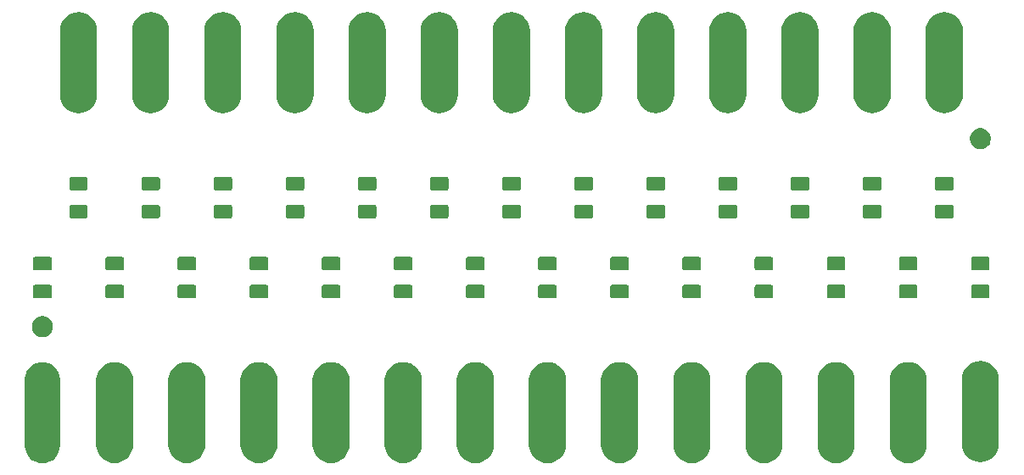
<source format=gts>
G04 #@! TF.GenerationSoftware,KiCad,Pcbnew,(5.1.5-0)*
G04 #@! TF.CreationDate,2020-06-12T16:51:45+02:00*
G04 #@! TF.ProjectId,Divider2,44697669-6465-4723-922e-6b696361645f,rev?*
G04 #@! TF.SameCoordinates,Original*
G04 #@! TF.FileFunction,Soldermask,Top*
G04 #@! TF.FilePolarity,Negative*
%FSLAX46Y46*%
G04 Gerber Fmt 4.6, Leading zero omitted, Abs format (unit mm)*
G04 Created by KiCad (PCBNEW (5.1.5-0)) date 2020-06-12 16:51:45*
%MOMM*%
%LPD*%
G04 APERTURE LIST*
%ADD10C,0.100000*%
G04 APERTURE END LIST*
D10*
G36*
X107162857Y-104175782D02*
G01*
X107511776Y-104281626D01*
X107833332Y-104453500D01*
X107897620Y-104506260D01*
X108115188Y-104684812D01*
X108310244Y-104922490D01*
X108346500Y-104966668D01*
X108518374Y-105288223D01*
X108624218Y-105637142D01*
X108651000Y-105909065D01*
X108651000Y-112490935D01*
X108624218Y-112762858D01*
X108518374Y-113111777D01*
X108346500Y-113433332D01*
X108346498Y-113433335D01*
X108346497Y-113433336D01*
X108115188Y-113715188D01*
X107833336Y-113946497D01*
X107833332Y-113946500D01*
X107511777Y-114118374D01*
X107162858Y-114224218D01*
X106800000Y-114259956D01*
X106437143Y-114224218D01*
X106088224Y-114118374D01*
X105766669Y-113946500D01*
X105766665Y-113946497D01*
X105484813Y-113715188D01*
X105253504Y-113433336D01*
X105253503Y-113433335D01*
X105253501Y-113433332D01*
X105081627Y-113111777D01*
X104975783Y-112762858D01*
X104949001Y-112490935D01*
X104949000Y-105909066D01*
X104975782Y-105637143D01*
X105081626Y-105288224D01*
X105253500Y-104966668D01*
X105335568Y-104866668D01*
X105484812Y-104684812D01*
X105766664Y-104453503D01*
X105766665Y-104453502D01*
X105766668Y-104453500D01*
X106088223Y-104281626D01*
X106437142Y-104175782D01*
X106800000Y-104140044D01*
X107162857Y-104175782D01*
G37*
G36*
X114362857Y-104175782D02*
G01*
X114711776Y-104281626D01*
X115033332Y-104453500D01*
X115097620Y-104506260D01*
X115315188Y-104684812D01*
X115510244Y-104922490D01*
X115546500Y-104966668D01*
X115718374Y-105288223D01*
X115824218Y-105637142D01*
X115851000Y-105909065D01*
X115851000Y-112490935D01*
X115824218Y-112762858D01*
X115718374Y-113111777D01*
X115546500Y-113433332D01*
X115546498Y-113433335D01*
X115546497Y-113433336D01*
X115315188Y-113715188D01*
X115033336Y-113946497D01*
X115033332Y-113946500D01*
X114711777Y-114118374D01*
X114362858Y-114224218D01*
X114000000Y-114259956D01*
X113637143Y-114224218D01*
X113288224Y-114118374D01*
X112966669Y-113946500D01*
X112966665Y-113946497D01*
X112684813Y-113715188D01*
X112453504Y-113433336D01*
X112453503Y-113433335D01*
X112453501Y-113433332D01*
X112281627Y-113111777D01*
X112175783Y-112762858D01*
X112149001Y-112490935D01*
X112149000Y-105909066D01*
X112175782Y-105637143D01*
X112281626Y-105288224D01*
X112453500Y-104966668D01*
X112535568Y-104866668D01*
X112684812Y-104684812D01*
X112966664Y-104453503D01*
X112966665Y-104453502D01*
X112966668Y-104453500D01*
X113288223Y-104281626D01*
X113637142Y-104175782D01*
X114000000Y-104140044D01*
X114362857Y-104175782D01*
G37*
G36*
X121562857Y-104175782D02*
G01*
X121911776Y-104281626D01*
X122233332Y-104453500D01*
X122297620Y-104506260D01*
X122515188Y-104684812D01*
X122710244Y-104922490D01*
X122746500Y-104966668D01*
X122918374Y-105288223D01*
X123024218Y-105637142D01*
X123051000Y-105909065D01*
X123051000Y-112490935D01*
X123024218Y-112762858D01*
X122918374Y-113111777D01*
X122746500Y-113433332D01*
X122746498Y-113433335D01*
X122746497Y-113433336D01*
X122515188Y-113715188D01*
X122233336Y-113946497D01*
X122233332Y-113946500D01*
X121911777Y-114118374D01*
X121562858Y-114224218D01*
X121200000Y-114259956D01*
X120837143Y-114224218D01*
X120488224Y-114118374D01*
X120166669Y-113946500D01*
X120166665Y-113946497D01*
X119884813Y-113715188D01*
X119653504Y-113433336D01*
X119653503Y-113433335D01*
X119653501Y-113433332D01*
X119481627Y-113111777D01*
X119375783Y-112762858D01*
X119349001Y-112490935D01*
X119349000Y-105909066D01*
X119375782Y-105637143D01*
X119481626Y-105288224D01*
X119653500Y-104966668D01*
X119735568Y-104866668D01*
X119884812Y-104684812D01*
X120166664Y-104453503D01*
X120166665Y-104453502D01*
X120166668Y-104453500D01*
X120488223Y-104281626D01*
X120837142Y-104175782D01*
X121200000Y-104140044D01*
X121562857Y-104175782D01*
G37*
G36*
X128762857Y-104175782D02*
G01*
X129111776Y-104281626D01*
X129433332Y-104453500D01*
X129497620Y-104506260D01*
X129715188Y-104684812D01*
X129910244Y-104922490D01*
X129946500Y-104966668D01*
X130118374Y-105288223D01*
X130224218Y-105637142D01*
X130251000Y-105909065D01*
X130251000Y-112490935D01*
X130224218Y-112762858D01*
X130118374Y-113111777D01*
X129946500Y-113433332D01*
X129946498Y-113433335D01*
X129946497Y-113433336D01*
X129715188Y-113715188D01*
X129433336Y-113946497D01*
X129433332Y-113946500D01*
X129111777Y-114118374D01*
X128762858Y-114224218D01*
X128400000Y-114259956D01*
X128037143Y-114224218D01*
X127688224Y-114118374D01*
X127366669Y-113946500D01*
X127366665Y-113946497D01*
X127084813Y-113715188D01*
X126853504Y-113433336D01*
X126853503Y-113433335D01*
X126853501Y-113433332D01*
X126681627Y-113111777D01*
X126575783Y-112762858D01*
X126549001Y-112490935D01*
X126549000Y-105909066D01*
X126575782Y-105637143D01*
X126681626Y-105288224D01*
X126853500Y-104966668D01*
X126935568Y-104866668D01*
X127084812Y-104684812D01*
X127366664Y-104453503D01*
X127366665Y-104453502D01*
X127366668Y-104453500D01*
X127688223Y-104281626D01*
X128037142Y-104175782D01*
X128400000Y-104140044D01*
X128762857Y-104175782D01*
G37*
G36*
X135962857Y-104175782D02*
G01*
X136311776Y-104281626D01*
X136633332Y-104453500D01*
X136697620Y-104506260D01*
X136915188Y-104684812D01*
X137110244Y-104922490D01*
X137146500Y-104966668D01*
X137318374Y-105288223D01*
X137424218Y-105637142D01*
X137451000Y-105909065D01*
X137451000Y-112490935D01*
X137424218Y-112762858D01*
X137318374Y-113111777D01*
X137146500Y-113433332D01*
X137146498Y-113433335D01*
X137146497Y-113433336D01*
X136915188Y-113715188D01*
X136633336Y-113946497D01*
X136633332Y-113946500D01*
X136311777Y-114118374D01*
X135962858Y-114224218D01*
X135600000Y-114259956D01*
X135237143Y-114224218D01*
X134888224Y-114118374D01*
X134566669Y-113946500D01*
X134566665Y-113946497D01*
X134284813Y-113715188D01*
X134053504Y-113433336D01*
X134053503Y-113433335D01*
X134053501Y-113433332D01*
X133881627Y-113111777D01*
X133775783Y-112762858D01*
X133749001Y-112490935D01*
X133749000Y-105909066D01*
X133775782Y-105637143D01*
X133881626Y-105288224D01*
X134053500Y-104966668D01*
X134135568Y-104866668D01*
X134284812Y-104684812D01*
X134566664Y-104453503D01*
X134566665Y-104453502D01*
X134566668Y-104453500D01*
X134888223Y-104281626D01*
X135237142Y-104175782D01*
X135600000Y-104140044D01*
X135962857Y-104175782D01*
G37*
G36*
X143162857Y-104175782D02*
G01*
X143511776Y-104281626D01*
X143833332Y-104453500D01*
X143897620Y-104506260D01*
X144115188Y-104684812D01*
X144310244Y-104922490D01*
X144346500Y-104966668D01*
X144518374Y-105288223D01*
X144624218Y-105637142D01*
X144651000Y-105909065D01*
X144651000Y-112490935D01*
X144624218Y-112762858D01*
X144518374Y-113111777D01*
X144346500Y-113433332D01*
X144346498Y-113433335D01*
X144346497Y-113433336D01*
X144115188Y-113715188D01*
X143833336Y-113946497D01*
X143833332Y-113946500D01*
X143511777Y-114118374D01*
X143162858Y-114224218D01*
X142800000Y-114259956D01*
X142437143Y-114224218D01*
X142088224Y-114118374D01*
X141766669Y-113946500D01*
X141766665Y-113946497D01*
X141484813Y-113715188D01*
X141253504Y-113433336D01*
X141253503Y-113433335D01*
X141253501Y-113433332D01*
X141081627Y-113111777D01*
X140975783Y-112762858D01*
X140949001Y-112490935D01*
X140949000Y-105909066D01*
X140975782Y-105637143D01*
X141081626Y-105288224D01*
X141253500Y-104966668D01*
X141335568Y-104866668D01*
X141484812Y-104684812D01*
X141766664Y-104453503D01*
X141766665Y-104453502D01*
X141766668Y-104453500D01*
X142088223Y-104281626D01*
X142437142Y-104175782D01*
X142800000Y-104140044D01*
X143162857Y-104175782D01*
G37*
G36*
X150362857Y-104175782D02*
G01*
X150711776Y-104281626D01*
X151033332Y-104453500D01*
X151097620Y-104506260D01*
X151315188Y-104684812D01*
X151510244Y-104922490D01*
X151546500Y-104966668D01*
X151718374Y-105288223D01*
X151824218Y-105637142D01*
X151851000Y-105909065D01*
X151851000Y-112490935D01*
X151824218Y-112762858D01*
X151718374Y-113111777D01*
X151546500Y-113433332D01*
X151546498Y-113433335D01*
X151546497Y-113433336D01*
X151315188Y-113715188D01*
X151033336Y-113946497D01*
X151033332Y-113946500D01*
X150711777Y-114118374D01*
X150362858Y-114224218D01*
X150000000Y-114259956D01*
X149637143Y-114224218D01*
X149288224Y-114118374D01*
X148966669Y-113946500D01*
X148966665Y-113946497D01*
X148684813Y-113715188D01*
X148453504Y-113433336D01*
X148453503Y-113433335D01*
X148453501Y-113433332D01*
X148281627Y-113111777D01*
X148175783Y-112762858D01*
X148149001Y-112490935D01*
X148149000Y-105909066D01*
X148175782Y-105637143D01*
X148281626Y-105288224D01*
X148453500Y-104966668D01*
X148535568Y-104866668D01*
X148684812Y-104684812D01*
X148966664Y-104453503D01*
X148966665Y-104453502D01*
X148966668Y-104453500D01*
X149288223Y-104281626D01*
X149637142Y-104175782D01*
X150000000Y-104140044D01*
X150362857Y-104175782D01*
G37*
G36*
X157562857Y-104175782D02*
G01*
X157911776Y-104281626D01*
X158233332Y-104453500D01*
X158297620Y-104506260D01*
X158515188Y-104684812D01*
X158710244Y-104922490D01*
X158746500Y-104966668D01*
X158918374Y-105288223D01*
X159024218Y-105637142D01*
X159051000Y-105909065D01*
X159051000Y-112490935D01*
X159024218Y-112762858D01*
X158918374Y-113111777D01*
X158746500Y-113433332D01*
X158746498Y-113433335D01*
X158746497Y-113433336D01*
X158515188Y-113715188D01*
X158233336Y-113946497D01*
X158233332Y-113946500D01*
X157911777Y-114118374D01*
X157562858Y-114224218D01*
X157200000Y-114259956D01*
X156837143Y-114224218D01*
X156488224Y-114118374D01*
X156166669Y-113946500D01*
X156166665Y-113946497D01*
X155884813Y-113715188D01*
X155653504Y-113433336D01*
X155653503Y-113433335D01*
X155653501Y-113433332D01*
X155481627Y-113111777D01*
X155375783Y-112762858D01*
X155349001Y-112490935D01*
X155349000Y-105909066D01*
X155375782Y-105637143D01*
X155481626Y-105288224D01*
X155653500Y-104966668D01*
X155735568Y-104866668D01*
X155884812Y-104684812D01*
X156166664Y-104453503D01*
X156166665Y-104453502D01*
X156166668Y-104453500D01*
X156488223Y-104281626D01*
X156837142Y-104175782D01*
X157200000Y-104140044D01*
X157562857Y-104175782D01*
G37*
G36*
X164762857Y-104175782D02*
G01*
X165111776Y-104281626D01*
X165433332Y-104453500D01*
X165497620Y-104506260D01*
X165715188Y-104684812D01*
X165910244Y-104922490D01*
X165946500Y-104966668D01*
X166118374Y-105288223D01*
X166224218Y-105637142D01*
X166251000Y-105909065D01*
X166251000Y-112490935D01*
X166224218Y-112762858D01*
X166118374Y-113111777D01*
X165946500Y-113433332D01*
X165946498Y-113433335D01*
X165946497Y-113433336D01*
X165715188Y-113715188D01*
X165433336Y-113946497D01*
X165433332Y-113946500D01*
X165111777Y-114118374D01*
X164762858Y-114224218D01*
X164400000Y-114259956D01*
X164037143Y-114224218D01*
X163688224Y-114118374D01*
X163366669Y-113946500D01*
X163366665Y-113946497D01*
X163084813Y-113715188D01*
X162853504Y-113433336D01*
X162853503Y-113433335D01*
X162853501Y-113433332D01*
X162681627Y-113111777D01*
X162575783Y-112762858D01*
X162549001Y-112490935D01*
X162549000Y-105909066D01*
X162575782Y-105637143D01*
X162681626Y-105288224D01*
X162853500Y-104966668D01*
X162935568Y-104866668D01*
X163084812Y-104684812D01*
X163366664Y-104453503D01*
X163366665Y-104453502D01*
X163366668Y-104453500D01*
X163688223Y-104281626D01*
X164037142Y-104175782D01*
X164400000Y-104140044D01*
X164762857Y-104175782D01*
G37*
G36*
X171962857Y-104175782D02*
G01*
X172311776Y-104281626D01*
X172633332Y-104453500D01*
X172697620Y-104506260D01*
X172915188Y-104684812D01*
X173110244Y-104922490D01*
X173146500Y-104966668D01*
X173318374Y-105288223D01*
X173424218Y-105637142D01*
X173451000Y-105909065D01*
X173451000Y-112490935D01*
X173424218Y-112762858D01*
X173318374Y-113111777D01*
X173146500Y-113433332D01*
X173146498Y-113433335D01*
X173146497Y-113433336D01*
X172915188Y-113715188D01*
X172633336Y-113946497D01*
X172633332Y-113946500D01*
X172311777Y-114118374D01*
X171962858Y-114224218D01*
X171600000Y-114259956D01*
X171237143Y-114224218D01*
X170888224Y-114118374D01*
X170566669Y-113946500D01*
X170566665Y-113946497D01*
X170284813Y-113715188D01*
X170053504Y-113433336D01*
X170053503Y-113433335D01*
X170053501Y-113433332D01*
X169881627Y-113111777D01*
X169775783Y-112762858D01*
X169749001Y-112490935D01*
X169749000Y-105909066D01*
X169775782Y-105637143D01*
X169881626Y-105288224D01*
X170053500Y-104966668D01*
X170135568Y-104866668D01*
X170284812Y-104684812D01*
X170566664Y-104453503D01*
X170566665Y-104453502D01*
X170566668Y-104453500D01*
X170888223Y-104281626D01*
X171237142Y-104175782D01*
X171600000Y-104140044D01*
X171962857Y-104175782D01*
G37*
G36*
X179162857Y-104175782D02*
G01*
X179511776Y-104281626D01*
X179833332Y-104453500D01*
X179897620Y-104506260D01*
X180115188Y-104684812D01*
X180310244Y-104922490D01*
X180346500Y-104966668D01*
X180518374Y-105288223D01*
X180624218Y-105637142D01*
X180651000Y-105909065D01*
X180651000Y-112490935D01*
X180624218Y-112762858D01*
X180518374Y-113111777D01*
X180346500Y-113433332D01*
X180346498Y-113433335D01*
X180346497Y-113433336D01*
X180115188Y-113715188D01*
X179833336Y-113946497D01*
X179833332Y-113946500D01*
X179511777Y-114118374D01*
X179162858Y-114224218D01*
X178800000Y-114259956D01*
X178437143Y-114224218D01*
X178088224Y-114118374D01*
X177766669Y-113946500D01*
X177766665Y-113946497D01*
X177484813Y-113715188D01*
X177253504Y-113433336D01*
X177253503Y-113433335D01*
X177253501Y-113433332D01*
X177081627Y-113111777D01*
X176975783Y-112762858D01*
X176949001Y-112490935D01*
X176949000Y-105909066D01*
X176975782Y-105637143D01*
X177081626Y-105288224D01*
X177253500Y-104966668D01*
X177335568Y-104866668D01*
X177484812Y-104684812D01*
X177766664Y-104453503D01*
X177766665Y-104453502D01*
X177766668Y-104453500D01*
X178088223Y-104281626D01*
X178437142Y-104175782D01*
X178800000Y-104140044D01*
X179162857Y-104175782D01*
G37*
G36*
X186362857Y-104175782D02*
G01*
X186711776Y-104281626D01*
X187033332Y-104453500D01*
X187097620Y-104506260D01*
X187315188Y-104684812D01*
X187510244Y-104922490D01*
X187546500Y-104966668D01*
X187718374Y-105288223D01*
X187824218Y-105637142D01*
X187851000Y-105909065D01*
X187851000Y-112490935D01*
X187824218Y-112762858D01*
X187718374Y-113111777D01*
X187546500Y-113433332D01*
X187546498Y-113433335D01*
X187546497Y-113433336D01*
X187315188Y-113715188D01*
X187033336Y-113946497D01*
X187033332Y-113946500D01*
X186711777Y-114118374D01*
X186362858Y-114224218D01*
X186000000Y-114259956D01*
X185637143Y-114224218D01*
X185288224Y-114118374D01*
X184966669Y-113946500D01*
X184966665Y-113946497D01*
X184684813Y-113715188D01*
X184453504Y-113433336D01*
X184453503Y-113433335D01*
X184453501Y-113433332D01*
X184281627Y-113111777D01*
X184175783Y-112762858D01*
X184149001Y-112490935D01*
X184149000Y-105909066D01*
X184175782Y-105637143D01*
X184281626Y-105288224D01*
X184453500Y-104966668D01*
X184535568Y-104866668D01*
X184684812Y-104684812D01*
X184966664Y-104453503D01*
X184966665Y-104453502D01*
X184966668Y-104453500D01*
X185288223Y-104281626D01*
X185637142Y-104175782D01*
X186000000Y-104140044D01*
X186362857Y-104175782D01*
G37*
G36*
X99943253Y-104174335D02*
G01*
X100108287Y-104224398D01*
X100273320Y-104274460D01*
X100577509Y-104437052D01*
X100844135Y-104655865D01*
X101062948Y-104922490D01*
X101204985Y-105188223D01*
X101225539Y-105226677D01*
X101325665Y-105556746D01*
X101351000Y-105813979D01*
X101351000Y-112586021D01*
X101325665Y-112843254D01*
X101325664Y-112843256D01*
X101225540Y-113173321D01*
X101062948Y-113477510D01*
X100844135Y-113744135D01*
X100577510Y-113962948D01*
X100273321Y-114125540D01*
X100108289Y-114175602D01*
X99943254Y-114225665D01*
X99600000Y-114259472D01*
X99256747Y-114225665D01*
X99091712Y-114175602D01*
X98926680Y-114125540D01*
X98622491Y-113962948D01*
X98355866Y-113744135D01*
X98137053Y-113477510D01*
X97974461Y-113173321D01*
X97874337Y-112843256D01*
X97874336Y-112843254D01*
X97849001Y-112586021D01*
X97849000Y-105813980D01*
X97874335Y-105556747D01*
X97974461Y-105226678D01*
X98113441Y-104966665D01*
X98137052Y-104922491D01*
X98355865Y-104655865D01*
X98622490Y-104437052D01*
X98926679Y-104274460D01*
X99091712Y-104224398D01*
X99256746Y-104174335D01*
X99600000Y-104140528D01*
X99943253Y-104174335D01*
G37*
G36*
X193562857Y-104075782D02*
G01*
X193911776Y-104181626D01*
X194233332Y-104353500D01*
X194297620Y-104406260D01*
X194515188Y-104584812D01*
X194746497Y-104866664D01*
X194746500Y-104866668D01*
X194918374Y-105188223D01*
X195024218Y-105537142D01*
X195051000Y-105809065D01*
X195051000Y-112390935D01*
X195024218Y-112662858D01*
X194918374Y-113011777D01*
X194746500Y-113333332D01*
X194746498Y-113333335D01*
X194746497Y-113333336D01*
X194515188Y-113615188D01*
X194233336Y-113846497D01*
X194233332Y-113846500D01*
X193911777Y-114018374D01*
X193562858Y-114124218D01*
X193200000Y-114159956D01*
X192837143Y-114124218D01*
X192488224Y-114018374D01*
X192166669Y-113846500D01*
X192166665Y-113846497D01*
X191884813Y-113615188D01*
X191653504Y-113333336D01*
X191653503Y-113333335D01*
X191653501Y-113333332D01*
X191481627Y-113011777D01*
X191375783Y-112662858D01*
X191349001Y-112390935D01*
X191349000Y-105809066D01*
X191375782Y-105537143D01*
X191481626Y-105188224D01*
X191653500Y-104866668D01*
X191706260Y-104802380D01*
X191884812Y-104584812D01*
X192166664Y-104353503D01*
X192166665Y-104353502D01*
X192166668Y-104353500D01*
X192488223Y-104181626D01*
X192837142Y-104075782D01*
X193200000Y-104040044D01*
X193562857Y-104075782D01*
G37*
G36*
X99906564Y-99589389D02*
G01*
X100097833Y-99668615D01*
X100097835Y-99668616D01*
X100269973Y-99783635D01*
X100416365Y-99930027D01*
X100531385Y-100102167D01*
X100610611Y-100293436D01*
X100651000Y-100496484D01*
X100651000Y-100703516D01*
X100610611Y-100906564D01*
X100531385Y-101097833D01*
X100531384Y-101097835D01*
X100416365Y-101269973D01*
X100269973Y-101416365D01*
X100097835Y-101531384D01*
X100097834Y-101531385D01*
X100097833Y-101531385D01*
X99906564Y-101610611D01*
X99703516Y-101651000D01*
X99496484Y-101651000D01*
X99293436Y-101610611D01*
X99102167Y-101531385D01*
X99102166Y-101531385D01*
X99102165Y-101531384D01*
X98930027Y-101416365D01*
X98783635Y-101269973D01*
X98668616Y-101097835D01*
X98668615Y-101097833D01*
X98589389Y-100906564D01*
X98549000Y-100703516D01*
X98549000Y-100496484D01*
X98589389Y-100293436D01*
X98668615Y-100102167D01*
X98783635Y-99930027D01*
X98930027Y-99783635D01*
X99102165Y-99668616D01*
X99102167Y-99668615D01*
X99293436Y-99589389D01*
X99496484Y-99549000D01*
X99703516Y-99549000D01*
X99906564Y-99589389D01*
G37*
G36*
X179568604Y-96428347D02*
G01*
X179605144Y-96439432D01*
X179638821Y-96457433D01*
X179668341Y-96481659D01*
X179692567Y-96511179D01*
X179710568Y-96544856D01*
X179721653Y-96581396D01*
X179726000Y-96625538D01*
X179726000Y-97574462D01*
X179721653Y-97618604D01*
X179710568Y-97655144D01*
X179692567Y-97688821D01*
X179668341Y-97718341D01*
X179638821Y-97742567D01*
X179605144Y-97760568D01*
X179568604Y-97771653D01*
X179524462Y-97776000D01*
X178075538Y-97776000D01*
X178031396Y-97771653D01*
X177994856Y-97760568D01*
X177961179Y-97742567D01*
X177931659Y-97718341D01*
X177907433Y-97688821D01*
X177889432Y-97655144D01*
X177878347Y-97618604D01*
X177874000Y-97574462D01*
X177874000Y-96625538D01*
X177878347Y-96581396D01*
X177889432Y-96544856D01*
X177907433Y-96511179D01*
X177931659Y-96481659D01*
X177961179Y-96457433D01*
X177994856Y-96439432D01*
X178031396Y-96428347D01*
X178075538Y-96424000D01*
X179524462Y-96424000D01*
X179568604Y-96428347D01*
G37*
G36*
X107568604Y-96428347D02*
G01*
X107605144Y-96439432D01*
X107638821Y-96457433D01*
X107668341Y-96481659D01*
X107692567Y-96511179D01*
X107710568Y-96544856D01*
X107721653Y-96581396D01*
X107726000Y-96625538D01*
X107726000Y-97574462D01*
X107721653Y-97618604D01*
X107710568Y-97655144D01*
X107692567Y-97688821D01*
X107668341Y-97718341D01*
X107638821Y-97742567D01*
X107605144Y-97760568D01*
X107568604Y-97771653D01*
X107524462Y-97776000D01*
X106075538Y-97776000D01*
X106031396Y-97771653D01*
X105994856Y-97760568D01*
X105961179Y-97742567D01*
X105931659Y-97718341D01*
X105907433Y-97688821D01*
X105889432Y-97655144D01*
X105878347Y-97618604D01*
X105874000Y-97574462D01*
X105874000Y-96625538D01*
X105878347Y-96581396D01*
X105889432Y-96544856D01*
X105907433Y-96511179D01*
X105931659Y-96481659D01*
X105961179Y-96457433D01*
X105994856Y-96439432D01*
X106031396Y-96428347D01*
X106075538Y-96424000D01*
X107524462Y-96424000D01*
X107568604Y-96428347D01*
G37*
G36*
X100368604Y-96428347D02*
G01*
X100405144Y-96439432D01*
X100438821Y-96457433D01*
X100468341Y-96481659D01*
X100492567Y-96511179D01*
X100510568Y-96544856D01*
X100521653Y-96581396D01*
X100526000Y-96625538D01*
X100526000Y-97574462D01*
X100521653Y-97618604D01*
X100510568Y-97655144D01*
X100492567Y-97688821D01*
X100468341Y-97718341D01*
X100438821Y-97742567D01*
X100405144Y-97760568D01*
X100368604Y-97771653D01*
X100324462Y-97776000D01*
X98875538Y-97776000D01*
X98831396Y-97771653D01*
X98794856Y-97760568D01*
X98761179Y-97742567D01*
X98731659Y-97718341D01*
X98707433Y-97688821D01*
X98689432Y-97655144D01*
X98678347Y-97618604D01*
X98674000Y-97574462D01*
X98674000Y-96625538D01*
X98678347Y-96581396D01*
X98689432Y-96544856D01*
X98707433Y-96511179D01*
X98731659Y-96481659D01*
X98761179Y-96457433D01*
X98794856Y-96439432D01*
X98831396Y-96428347D01*
X98875538Y-96424000D01*
X100324462Y-96424000D01*
X100368604Y-96428347D01*
G37*
G36*
X114768604Y-96428347D02*
G01*
X114805144Y-96439432D01*
X114838821Y-96457433D01*
X114868341Y-96481659D01*
X114892567Y-96511179D01*
X114910568Y-96544856D01*
X114921653Y-96581396D01*
X114926000Y-96625538D01*
X114926000Y-97574462D01*
X114921653Y-97618604D01*
X114910568Y-97655144D01*
X114892567Y-97688821D01*
X114868341Y-97718341D01*
X114838821Y-97742567D01*
X114805144Y-97760568D01*
X114768604Y-97771653D01*
X114724462Y-97776000D01*
X113275538Y-97776000D01*
X113231396Y-97771653D01*
X113194856Y-97760568D01*
X113161179Y-97742567D01*
X113131659Y-97718341D01*
X113107433Y-97688821D01*
X113089432Y-97655144D01*
X113078347Y-97618604D01*
X113074000Y-97574462D01*
X113074000Y-96625538D01*
X113078347Y-96581396D01*
X113089432Y-96544856D01*
X113107433Y-96511179D01*
X113131659Y-96481659D01*
X113161179Y-96457433D01*
X113194856Y-96439432D01*
X113231396Y-96428347D01*
X113275538Y-96424000D01*
X114724462Y-96424000D01*
X114768604Y-96428347D01*
G37*
G36*
X121968604Y-96428347D02*
G01*
X122005144Y-96439432D01*
X122038821Y-96457433D01*
X122068341Y-96481659D01*
X122092567Y-96511179D01*
X122110568Y-96544856D01*
X122121653Y-96581396D01*
X122126000Y-96625538D01*
X122126000Y-97574462D01*
X122121653Y-97618604D01*
X122110568Y-97655144D01*
X122092567Y-97688821D01*
X122068341Y-97718341D01*
X122038821Y-97742567D01*
X122005144Y-97760568D01*
X121968604Y-97771653D01*
X121924462Y-97776000D01*
X120475538Y-97776000D01*
X120431396Y-97771653D01*
X120394856Y-97760568D01*
X120361179Y-97742567D01*
X120331659Y-97718341D01*
X120307433Y-97688821D01*
X120289432Y-97655144D01*
X120278347Y-97618604D01*
X120274000Y-97574462D01*
X120274000Y-96625538D01*
X120278347Y-96581396D01*
X120289432Y-96544856D01*
X120307433Y-96511179D01*
X120331659Y-96481659D01*
X120361179Y-96457433D01*
X120394856Y-96439432D01*
X120431396Y-96428347D01*
X120475538Y-96424000D01*
X121924462Y-96424000D01*
X121968604Y-96428347D01*
G37*
G36*
X129168604Y-96428347D02*
G01*
X129205144Y-96439432D01*
X129238821Y-96457433D01*
X129268341Y-96481659D01*
X129292567Y-96511179D01*
X129310568Y-96544856D01*
X129321653Y-96581396D01*
X129326000Y-96625538D01*
X129326000Y-97574462D01*
X129321653Y-97618604D01*
X129310568Y-97655144D01*
X129292567Y-97688821D01*
X129268341Y-97718341D01*
X129238821Y-97742567D01*
X129205144Y-97760568D01*
X129168604Y-97771653D01*
X129124462Y-97776000D01*
X127675538Y-97776000D01*
X127631396Y-97771653D01*
X127594856Y-97760568D01*
X127561179Y-97742567D01*
X127531659Y-97718341D01*
X127507433Y-97688821D01*
X127489432Y-97655144D01*
X127478347Y-97618604D01*
X127474000Y-97574462D01*
X127474000Y-96625538D01*
X127478347Y-96581396D01*
X127489432Y-96544856D01*
X127507433Y-96511179D01*
X127531659Y-96481659D01*
X127561179Y-96457433D01*
X127594856Y-96439432D01*
X127631396Y-96428347D01*
X127675538Y-96424000D01*
X129124462Y-96424000D01*
X129168604Y-96428347D01*
G37*
G36*
X136368604Y-96428347D02*
G01*
X136405144Y-96439432D01*
X136438821Y-96457433D01*
X136468341Y-96481659D01*
X136492567Y-96511179D01*
X136510568Y-96544856D01*
X136521653Y-96581396D01*
X136526000Y-96625538D01*
X136526000Y-97574462D01*
X136521653Y-97618604D01*
X136510568Y-97655144D01*
X136492567Y-97688821D01*
X136468341Y-97718341D01*
X136438821Y-97742567D01*
X136405144Y-97760568D01*
X136368604Y-97771653D01*
X136324462Y-97776000D01*
X134875538Y-97776000D01*
X134831396Y-97771653D01*
X134794856Y-97760568D01*
X134761179Y-97742567D01*
X134731659Y-97718341D01*
X134707433Y-97688821D01*
X134689432Y-97655144D01*
X134678347Y-97618604D01*
X134674000Y-97574462D01*
X134674000Y-96625538D01*
X134678347Y-96581396D01*
X134689432Y-96544856D01*
X134707433Y-96511179D01*
X134731659Y-96481659D01*
X134761179Y-96457433D01*
X134794856Y-96439432D01*
X134831396Y-96428347D01*
X134875538Y-96424000D01*
X136324462Y-96424000D01*
X136368604Y-96428347D01*
G37*
G36*
X143568604Y-96428347D02*
G01*
X143605144Y-96439432D01*
X143638821Y-96457433D01*
X143668341Y-96481659D01*
X143692567Y-96511179D01*
X143710568Y-96544856D01*
X143721653Y-96581396D01*
X143726000Y-96625538D01*
X143726000Y-97574462D01*
X143721653Y-97618604D01*
X143710568Y-97655144D01*
X143692567Y-97688821D01*
X143668341Y-97718341D01*
X143638821Y-97742567D01*
X143605144Y-97760568D01*
X143568604Y-97771653D01*
X143524462Y-97776000D01*
X142075538Y-97776000D01*
X142031396Y-97771653D01*
X141994856Y-97760568D01*
X141961179Y-97742567D01*
X141931659Y-97718341D01*
X141907433Y-97688821D01*
X141889432Y-97655144D01*
X141878347Y-97618604D01*
X141874000Y-97574462D01*
X141874000Y-96625538D01*
X141878347Y-96581396D01*
X141889432Y-96544856D01*
X141907433Y-96511179D01*
X141931659Y-96481659D01*
X141961179Y-96457433D01*
X141994856Y-96439432D01*
X142031396Y-96428347D01*
X142075538Y-96424000D01*
X143524462Y-96424000D01*
X143568604Y-96428347D01*
G37*
G36*
X150768604Y-96428347D02*
G01*
X150805144Y-96439432D01*
X150838821Y-96457433D01*
X150868341Y-96481659D01*
X150892567Y-96511179D01*
X150910568Y-96544856D01*
X150921653Y-96581396D01*
X150926000Y-96625538D01*
X150926000Y-97574462D01*
X150921653Y-97618604D01*
X150910568Y-97655144D01*
X150892567Y-97688821D01*
X150868341Y-97718341D01*
X150838821Y-97742567D01*
X150805144Y-97760568D01*
X150768604Y-97771653D01*
X150724462Y-97776000D01*
X149275538Y-97776000D01*
X149231396Y-97771653D01*
X149194856Y-97760568D01*
X149161179Y-97742567D01*
X149131659Y-97718341D01*
X149107433Y-97688821D01*
X149089432Y-97655144D01*
X149078347Y-97618604D01*
X149074000Y-97574462D01*
X149074000Y-96625538D01*
X149078347Y-96581396D01*
X149089432Y-96544856D01*
X149107433Y-96511179D01*
X149131659Y-96481659D01*
X149161179Y-96457433D01*
X149194856Y-96439432D01*
X149231396Y-96428347D01*
X149275538Y-96424000D01*
X150724462Y-96424000D01*
X150768604Y-96428347D01*
G37*
G36*
X157968604Y-96428347D02*
G01*
X158005144Y-96439432D01*
X158038821Y-96457433D01*
X158068341Y-96481659D01*
X158092567Y-96511179D01*
X158110568Y-96544856D01*
X158121653Y-96581396D01*
X158126000Y-96625538D01*
X158126000Y-97574462D01*
X158121653Y-97618604D01*
X158110568Y-97655144D01*
X158092567Y-97688821D01*
X158068341Y-97718341D01*
X158038821Y-97742567D01*
X158005144Y-97760568D01*
X157968604Y-97771653D01*
X157924462Y-97776000D01*
X156475538Y-97776000D01*
X156431396Y-97771653D01*
X156394856Y-97760568D01*
X156361179Y-97742567D01*
X156331659Y-97718341D01*
X156307433Y-97688821D01*
X156289432Y-97655144D01*
X156278347Y-97618604D01*
X156274000Y-97574462D01*
X156274000Y-96625538D01*
X156278347Y-96581396D01*
X156289432Y-96544856D01*
X156307433Y-96511179D01*
X156331659Y-96481659D01*
X156361179Y-96457433D01*
X156394856Y-96439432D01*
X156431396Y-96428347D01*
X156475538Y-96424000D01*
X157924462Y-96424000D01*
X157968604Y-96428347D01*
G37*
G36*
X165168604Y-96428347D02*
G01*
X165205144Y-96439432D01*
X165238821Y-96457433D01*
X165268341Y-96481659D01*
X165292567Y-96511179D01*
X165310568Y-96544856D01*
X165321653Y-96581396D01*
X165326000Y-96625538D01*
X165326000Y-97574462D01*
X165321653Y-97618604D01*
X165310568Y-97655144D01*
X165292567Y-97688821D01*
X165268341Y-97718341D01*
X165238821Y-97742567D01*
X165205144Y-97760568D01*
X165168604Y-97771653D01*
X165124462Y-97776000D01*
X163675538Y-97776000D01*
X163631396Y-97771653D01*
X163594856Y-97760568D01*
X163561179Y-97742567D01*
X163531659Y-97718341D01*
X163507433Y-97688821D01*
X163489432Y-97655144D01*
X163478347Y-97618604D01*
X163474000Y-97574462D01*
X163474000Y-96625538D01*
X163478347Y-96581396D01*
X163489432Y-96544856D01*
X163507433Y-96511179D01*
X163531659Y-96481659D01*
X163561179Y-96457433D01*
X163594856Y-96439432D01*
X163631396Y-96428347D01*
X163675538Y-96424000D01*
X165124462Y-96424000D01*
X165168604Y-96428347D01*
G37*
G36*
X172368604Y-96428347D02*
G01*
X172405144Y-96439432D01*
X172438821Y-96457433D01*
X172468341Y-96481659D01*
X172492567Y-96511179D01*
X172510568Y-96544856D01*
X172521653Y-96581396D01*
X172526000Y-96625538D01*
X172526000Y-97574462D01*
X172521653Y-97618604D01*
X172510568Y-97655144D01*
X172492567Y-97688821D01*
X172468341Y-97718341D01*
X172438821Y-97742567D01*
X172405144Y-97760568D01*
X172368604Y-97771653D01*
X172324462Y-97776000D01*
X170875538Y-97776000D01*
X170831396Y-97771653D01*
X170794856Y-97760568D01*
X170761179Y-97742567D01*
X170731659Y-97718341D01*
X170707433Y-97688821D01*
X170689432Y-97655144D01*
X170678347Y-97618604D01*
X170674000Y-97574462D01*
X170674000Y-96625538D01*
X170678347Y-96581396D01*
X170689432Y-96544856D01*
X170707433Y-96511179D01*
X170731659Y-96481659D01*
X170761179Y-96457433D01*
X170794856Y-96439432D01*
X170831396Y-96428347D01*
X170875538Y-96424000D01*
X172324462Y-96424000D01*
X172368604Y-96428347D01*
G37*
G36*
X186768604Y-96428347D02*
G01*
X186805144Y-96439432D01*
X186838821Y-96457433D01*
X186868341Y-96481659D01*
X186892567Y-96511179D01*
X186910568Y-96544856D01*
X186921653Y-96581396D01*
X186926000Y-96625538D01*
X186926000Y-97574462D01*
X186921653Y-97618604D01*
X186910568Y-97655144D01*
X186892567Y-97688821D01*
X186868341Y-97718341D01*
X186838821Y-97742567D01*
X186805144Y-97760568D01*
X186768604Y-97771653D01*
X186724462Y-97776000D01*
X185275538Y-97776000D01*
X185231396Y-97771653D01*
X185194856Y-97760568D01*
X185161179Y-97742567D01*
X185131659Y-97718341D01*
X185107433Y-97688821D01*
X185089432Y-97655144D01*
X185078347Y-97618604D01*
X185074000Y-97574462D01*
X185074000Y-96625538D01*
X185078347Y-96581396D01*
X185089432Y-96544856D01*
X185107433Y-96511179D01*
X185131659Y-96481659D01*
X185161179Y-96457433D01*
X185194856Y-96439432D01*
X185231396Y-96428347D01*
X185275538Y-96424000D01*
X186724462Y-96424000D01*
X186768604Y-96428347D01*
G37*
G36*
X193968604Y-96428347D02*
G01*
X194005144Y-96439432D01*
X194038821Y-96457433D01*
X194068341Y-96481659D01*
X194092567Y-96511179D01*
X194110568Y-96544856D01*
X194121653Y-96581396D01*
X194126000Y-96625538D01*
X194126000Y-97574462D01*
X194121653Y-97618604D01*
X194110568Y-97655144D01*
X194092567Y-97688821D01*
X194068341Y-97718341D01*
X194038821Y-97742567D01*
X194005144Y-97760568D01*
X193968604Y-97771653D01*
X193924462Y-97776000D01*
X192475538Y-97776000D01*
X192431396Y-97771653D01*
X192394856Y-97760568D01*
X192361179Y-97742567D01*
X192331659Y-97718341D01*
X192307433Y-97688821D01*
X192289432Y-97655144D01*
X192278347Y-97618604D01*
X192274000Y-97574462D01*
X192274000Y-96625538D01*
X192278347Y-96581396D01*
X192289432Y-96544856D01*
X192307433Y-96511179D01*
X192331659Y-96481659D01*
X192361179Y-96457433D01*
X192394856Y-96439432D01*
X192431396Y-96428347D01*
X192475538Y-96424000D01*
X193924462Y-96424000D01*
X193968604Y-96428347D01*
G37*
G36*
X179568604Y-93628347D02*
G01*
X179605144Y-93639432D01*
X179638821Y-93657433D01*
X179668341Y-93681659D01*
X179692567Y-93711179D01*
X179710568Y-93744856D01*
X179721653Y-93781396D01*
X179726000Y-93825538D01*
X179726000Y-94774462D01*
X179721653Y-94818604D01*
X179710568Y-94855144D01*
X179692567Y-94888821D01*
X179668341Y-94918341D01*
X179638821Y-94942567D01*
X179605144Y-94960568D01*
X179568604Y-94971653D01*
X179524462Y-94976000D01*
X178075538Y-94976000D01*
X178031396Y-94971653D01*
X177994856Y-94960568D01*
X177961179Y-94942567D01*
X177931659Y-94918341D01*
X177907433Y-94888821D01*
X177889432Y-94855144D01*
X177878347Y-94818604D01*
X177874000Y-94774462D01*
X177874000Y-93825538D01*
X177878347Y-93781396D01*
X177889432Y-93744856D01*
X177907433Y-93711179D01*
X177931659Y-93681659D01*
X177961179Y-93657433D01*
X177994856Y-93639432D01*
X178031396Y-93628347D01*
X178075538Y-93624000D01*
X179524462Y-93624000D01*
X179568604Y-93628347D01*
G37*
G36*
X100368604Y-93628347D02*
G01*
X100405144Y-93639432D01*
X100438821Y-93657433D01*
X100468341Y-93681659D01*
X100492567Y-93711179D01*
X100510568Y-93744856D01*
X100521653Y-93781396D01*
X100526000Y-93825538D01*
X100526000Y-94774462D01*
X100521653Y-94818604D01*
X100510568Y-94855144D01*
X100492567Y-94888821D01*
X100468341Y-94918341D01*
X100438821Y-94942567D01*
X100405144Y-94960568D01*
X100368604Y-94971653D01*
X100324462Y-94976000D01*
X98875538Y-94976000D01*
X98831396Y-94971653D01*
X98794856Y-94960568D01*
X98761179Y-94942567D01*
X98731659Y-94918341D01*
X98707433Y-94888821D01*
X98689432Y-94855144D01*
X98678347Y-94818604D01*
X98674000Y-94774462D01*
X98674000Y-93825538D01*
X98678347Y-93781396D01*
X98689432Y-93744856D01*
X98707433Y-93711179D01*
X98731659Y-93681659D01*
X98761179Y-93657433D01*
X98794856Y-93639432D01*
X98831396Y-93628347D01*
X98875538Y-93624000D01*
X100324462Y-93624000D01*
X100368604Y-93628347D01*
G37*
G36*
X172368604Y-93628347D02*
G01*
X172405144Y-93639432D01*
X172438821Y-93657433D01*
X172468341Y-93681659D01*
X172492567Y-93711179D01*
X172510568Y-93744856D01*
X172521653Y-93781396D01*
X172526000Y-93825538D01*
X172526000Y-94774462D01*
X172521653Y-94818604D01*
X172510568Y-94855144D01*
X172492567Y-94888821D01*
X172468341Y-94918341D01*
X172438821Y-94942567D01*
X172405144Y-94960568D01*
X172368604Y-94971653D01*
X172324462Y-94976000D01*
X170875538Y-94976000D01*
X170831396Y-94971653D01*
X170794856Y-94960568D01*
X170761179Y-94942567D01*
X170731659Y-94918341D01*
X170707433Y-94888821D01*
X170689432Y-94855144D01*
X170678347Y-94818604D01*
X170674000Y-94774462D01*
X170674000Y-93825538D01*
X170678347Y-93781396D01*
X170689432Y-93744856D01*
X170707433Y-93711179D01*
X170731659Y-93681659D01*
X170761179Y-93657433D01*
X170794856Y-93639432D01*
X170831396Y-93628347D01*
X170875538Y-93624000D01*
X172324462Y-93624000D01*
X172368604Y-93628347D01*
G37*
G36*
X107568604Y-93628347D02*
G01*
X107605144Y-93639432D01*
X107638821Y-93657433D01*
X107668341Y-93681659D01*
X107692567Y-93711179D01*
X107710568Y-93744856D01*
X107721653Y-93781396D01*
X107726000Y-93825538D01*
X107726000Y-94774462D01*
X107721653Y-94818604D01*
X107710568Y-94855144D01*
X107692567Y-94888821D01*
X107668341Y-94918341D01*
X107638821Y-94942567D01*
X107605144Y-94960568D01*
X107568604Y-94971653D01*
X107524462Y-94976000D01*
X106075538Y-94976000D01*
X106031396Y-94971653D01*
X105994856Y-94960568D01*
X105961179Y-94942567D01*
X105931659Y-94918341D01*
X105907433Y-94888821D01*
X105889432Y-94855144D01*
X105878347Y-94818604D01*
X105874000Y-94774462D01*
X105874000Y-93825538D01*
X105878347Y-93781396D01*
X105889432Y-93744856D01*
X105907433Y-93711179D01*
X105931659Y-93681659D01*
X105961179Y-93657433D01*
X105994856Y-93639432D01*
X106031396Y-93628347D01*
X106075538Y-93624000D01*
X107524462Y-93624000D01*
X107568604Y-93628347D01*
G37*
G36*
X165168604Y-93628347D02*
G01*
X165205144Y-93639432D01*
X165238821Y-93657433D01*
X165268341Y-93681659D01*
X165292567Y-93711179D01*
X165310568Y-93744856D01*
X165321653Y-93781396D01*
X165326000Y-93825538D01*
X165326000Y-94774462D01*
X165321653Y-94818604D01*
X165310568Y-94855144D01*
X165292567Y-94888821D01*
X165268341Y-94918341D01*
X165238821Y-94942567D01*
X165205144Y-94960568D01*
X165168604Y-94971653D01*
X165124462Y-94976000D01*
X163675538Y-94976000D01*
X163631396Y-94971653D01*
X163594856Y-94960568D01*
X163561179Y-94942567D01*
X163531659Y-94918341D01*
X163507433Y-94888821D01*
X163489432Y-94855144D01*
X163478347Y-94818604D01*
X163474000Y-94774462D01*
X163474000Y-93825538D01*
X163478347Y-93781396D01*
X163489432Y-93744856D01*
X163507433Y-93711179D01*
X163531659Y-93681659D01*
X163561179Y-93657433D01*
X163594856Y-93639432D01*
X163631396Y-93628347D01*
X163675538Y-93624000D01*
X165124462Y-93624000D01*
X165168604Y-93628347D01*
G37*
G36*
X114768604Y-93628347D02*
G01*
X114805144Y-93639432D01*
X114838821Y-93657433D01*
X114868341Y-93681659D01*
X114892567Y-93711179D01*
X114910568Y-93744856D01*
X114921653Y-93781396D01*
X114926000Y-93825538D01*
X114926000Y-94774462D01*
X114921653Y-94818604D01*
X114910568Y-94855144D01*
X114892567Y-94888821D01*
X114868341Y-94918341D01*
X114838821Y-94942567D01*
X114805144Y-94960568D01*
X114768604Y-94971653D01*
X114724462Y-94976000D01*
X113275538Y-94976000D01*
X113231396Y-94971653D01*
X113194856Y-94960568D01*
X113161179Y-94942567D01*
X113131659Y-94918341D01*
X113107433Y-94888821D01*
X113089432Y-94855144D01*
X113078347Y-94818604D01*
X113074000Y-94774462D01*
X113074000Y-93825538D01*
X113078347Y-93781396D01*
X113089432Y-93744856D01*
X113107433Y-93711179D01*
X113131659Y-93681659D01*
X113161179Y-93657433D01*
X113194856Y-93639432D01*
X113231396Y-93628347D01*
X113275538Y-93624000D01*
X114724462Y-93624000D01*
X114768604Y-93628347D01*
G37*
G36*
X157968604Y-93628347D02*
G01*
X158005144Y-93639432D01*
X158038821Y-93657433D01*
X158068341Y-93681659D01*
X158092567Y-93711179D01*
X158110568Y-93744856D01*
X158121653Y-93781396D01*
X158126000Y-93825538D01*
X158126000Y-94774462D01*
X158121653Y-94818604D01*
X158110568Y-94855144D01*
X158092567Y-94888821D01*
X158068341Y-94918341D01*
X158038821Y-94942567D01*
X158005144Y-94960568D01*
X157968604Y-94971653D01*
X157924462Y-94976000D01*
X156475538Y-94976000D01*
X156431396Y-94971653D01*
X156394856Y-94960568D01*
X156361179Y-94942567D01*
X156331659Y-94918341D01*
X156307433Y-94888821D01*
X156289432Y-94855144D01*
X156278347Y-94818604D01*
X156274000Y-94774462D01*
X156274000Y-93825538D01*
X156278347Y-93781396D01*
X156289432Y-93744856D01*
X156307433Y-93711179D01*
X156331659Y-93681659D01*
X156361179Y-93657433D01*
X156394856Y-93639432D01*
X156431396Y-93628347D01*
X156475538Y-93624000D01*
X157924462Y-93624000D01*
X157968604Y-93628347D01*
G37*
G36*
X121968604Y-93628347D02*
G01*
X122005144Y-93639432D01*
X122038821Y-93657433D01*
X122068341Y-93681659D01*
X122092567Y-93711179D01*
X122110568Y-93744856D01*
X122121653Y-93781396D01*
X122126000Y-93825538D01*
X122126000Y-94774462D01*
X122121653Y-94818604D01*
X122110568Y-94855144D01*
X122092567Y-94888821D01*
X122068341Y-94918341D01*
X122038821Y-94942567D01*
X122005144Y-94960568D01*
X121968604Y-94971653D01*
X121924462Y-94976000D01*
X120475538Y-94976000D01*
X120431396Y-94971653D01*
X120394856Y-94960568D01*
X120361179Y-94942567D01*
X120331659Y-94918341D01*
X120307433Y-94888821D01*
X120289432Y-94855144D01*
X120278347Y-94818604D01*
X120274000Y-94774462D01*
X120274000Y-93825538D01*
X120278347Y-93781396D01*
X120289432Y-93744856D01*
X120307433Y-93711179D01*
X120331659Y-93681659D01*
X120361179Y-93657433D01*
X120394856Y-93639432D01*
X120431396Y-93628347D01*
X120475538Y-93624000D01*
X121924462Y-93624000D01*
X121968604Y-93628347D01*
G37*
G36*
X150768604Y-93628347D02*
G01*
X150805144Y-93639432D01*
X150838821Y-93657433D01*
X150868341Y-93681659D01*
X150892567Y-93711179D01*
X150910568Y-93744856D01*
X150921653Y-93781396D01*
X150926000Y-93825538D01*
X150926000Y-94774462D01*
X150921653Y-94818604D01*
X150910568Y-94855144D01*
X150892567Y-94888821D01*
X150868341Y-94918341D01*
X150838821Y-94942567D01*
X150805144Y-94960568D01*
X150768604Y-94971653D01*
X150724462Y-94976000D01*
X149275538Y-94976000D01*
X149231396Y-94971653D01*
X149194856Y-94960568D01*
X149161179Y-94942567D01*
X149131659Y-94918341D01*
X149107433Y-94888821D01*
X149089432Y-94855144D01*
X149078347Y-94818604D01*
X149074000Y-94774462D01*
X149074000Y-93825538D01*
X149078347Y-93781396D01*
X149089432Y-93744856D01*
X149107433Y-93711179D01*
X149131659Y-93681659D01*
X149161179Y-93657433D01*
X149194856Y-93639432D01*
X149231396Y-93628347D01*
X149275538Y-93624000D01*
X150724462Y-93624000D01*
X150768604Y-93628347D01*
G37*
G36*
X129168604Y-93628347D02*
G01*
X129205144Y-93639432D01*
X129238821Y-93657433D01*
X129268341Y-93681659D01*
X129292567Y-93711179D01*
X129310568Y-93744856D01*
X129321653Y-93781396D01*
X129326000Y-93825538D01*
X129326000Y-94774462D01*
X129321653Y-94818604D01*
X129310568Y-94855144D01*
X129292567Y-94888821D01*
X129268341Y-94918341D01*
X129238821Y-94942567D01*
X129205144Y-94960568D01*
X129168604Y-94971653D01*
X129124462Y-94976000D01*
X127675538Y-94976000D01*
X127631396Y-94971653D01*
X127594856Y-94960568D01*
X127561179Y-94942567D01*
X127531659Y-94918341D01*
X127507433Y-94888821D01*
X127489432Y-94855144D01*
X127478347Y-94818604D01*
X127474000Y-94774462D01*
X127474000Y-93825538D01*
X127478347Y-93781396D01*
X127489432Y-93744856D01*
X127507433Y-93711179D01*
X127531659Y-93681659D01*
X127561179Y-93657433D01*
X127594856Y-93639432D01*
X127631396Y-93628347D01*
X127675538Y-93624000D01*
X129124462Y-93624000D01*
X129168604Y-93628347D01*
G37*
G36*
X143568604Y-93628347D02*
G01*
X143605144Y-93639432D01*
X143638821Y-93657433D01*
X143668341Y-93681659D01*
X143692567Y-93711179D01*
X143710568Y-93744856D01*
X143721653Y-93781396D01*
X143726000Y-93825538D01*
X143726000Y-94774462D01*
X143721653Y-94818604D01*
X143710568Y-94855144D01*
X143692567Y-94888821D01*
X143668341Y-94918341D01*
X143638821Y-94942567D01*
X143605144Y-94960568D01*
X143568604Y-94971653D01*
X143524462Y-94976000D01*
X142075538Y-94976000D01*
X142031396Y-94971653D01*
X141994856Y-94960568D01*
X141961179Y-94942567D01*
X141931659Y-94918341D01*
X141907433Y-94888821D01*
X141889432Y-94855144D01*
X141878347Y-94818604D01*
X141874000Y-94774462D01*
X141874000Y-93825538D01*
X141878347Y-93781396D01*
X141889432Y-93744856D01*
X141907433Y-93711179D01*
X141931659Y-93681659D01*
X141961179Y-93657433D01*
X141994856Y-93639432D01*
X142031396Y-93628347D01*
X142075538Y-93624000D01*
X143524462Y-93624000D01*
X143568604Y-93628347D01*
G37*
G36*
X136368604Y-93628347D02*
G01*
X136405144Y-93639432D01*
X136438821Y-93657433D01*
X136468341Y-93681659D01*
X136492567Y-93711179D01*
X136510568Y-93744856D01*
X136521653Y-93781396D01*
X136526000Y-93825538D01*
X136526000Y-94774462D01*
X136521653Y-94818604D01*
X136510568Y-94855144D01*
X136492567Y-94888821D01*
X136468341Y-94918341D01*
X136438821Y-94942567D01*
X136405144Y-94960568D01*
X136368604Y-94971653D01*
X136324462Y-94976000D01*
X134875538Y-94976000D01*
X134831396Y-94971653D01*
X134794856Y-94960568D01*
X134761179Y-94942567D01*
X134731659Y-94918341D01*
X134707433Y-94888821D01*
X134689432Y-94855144D01*
X134678347Y-94818604D01*
X134674000Y-94774462D01*
X134674000Y-93825538D01*
X134678347Y-93781396D01*
X134689432Y-93744856D01*
X134707433Y-93711179D01*
X134731659Y-93681659D01*
X134761179Y-93657433D01*
X134794856Y-93639432D01*
X134831396Y-93628347D01*
X134875538Y-93624000D01*
X136324462Y-93624000D01*
X136368604Y-93628347D01*
G37*
G36*
X186768604Y-93628347D02*
G01*
X186805144Y-93639432D01*
X186838821Y-93657433D01*
X186868341Y-93681659D01*
X186892567Y-93711179D01*
X186910568Y-93744856D01*
X186921653Y-93781396D01*
X186926000Y-93825538D01*
X186926000Y-94774462D01*
X186921653Y-94818604D01*
X186910568Y-94855144D01*
X186892567Y-94888821D01*
X186868341Y-94918341D01*
X186838821Y-94942567D01*
X186805144Y-94960568D01*
X186768604Y-94971653D01*
X186724462Y-94976000D01*
X185275538Y-94976000D01*
X185231396Y-94971653D01*
X185194856Y-94960568D01*
X185161179Y-94942567D01*
X185131659Y-94918341D01*
X185107433Y-94888821D01*
X185089432Y-94855144D01*
X185078347Y-94818604D01*
X185074000Y-94774462D01*
X185074000Y-93825538D01*
X185078347Y-93781396D01*
X185089432Y-93744856D01*
X185107433Y-93711179D01*
X185131659Y-93681659D01*
X185161179Y-93657433D01*
X185194856Y-93639432D01*
X185231396Y-93628347D01*
X185275538Y-93624000D01*
X186724462Y-93624000D01*
X186768604Y-93628347D01*
G37*
G36*
X193968604Y-93628347D02*
G01*
X194005144Y-93639432D01*
X194038821Y-93657433D01*
X194068341Y-93681659D01*
X194092567Y-93711179D01*
X194110568Y-93744856D01*
X194121653Y-93781396D01*
X194126000Y-93825538D01*
X194126000Y-94774462D01*
X194121653Y-94818604D01*
X194110568Y-94855144D01*
X194092567Y-94888821D01*
X194068341Y-94918341D01*
X194038821Y-94942567D01*
X194005144Y-94960568D01*
X193968604Y-94971653D01*
X193924462Y-94976000D01*
X192475538Y-94976000D01*
X192431396Y-94971653D01*
X192394856Y-94960568D01*
X192361179Y-94942567D01*
X192331659Y-94918341D01*
X192307433Y-94888821D01*
X192289432Y-94855144D01*
X192278347Y-94818604D01*
X192274000Y-94774462D01*
X192274000Y-93825538D01*
X192278347Y-93781396D01*
X192289432Y-93744856D01*
X192307433Y-93711179D01*
X192331659Y-93681659D01*
X192361179Y-93657433D01*
X192394856Y-93639432D01*
X192431396Y-93628347D01*
X192475538Y-93624000D01*
X193924462Y-93624000D01*
X193968604Y-93628347D01*
G37*
G36*
X103968604Y-88428347D02*
G01*
X104005144Y-88439432D01*
X104038821Y-88457433D01*
X104068341Y-88481659D01*
X104092567Y-88511179D01*
X104110568Y-88544856D01*
X104121653Y-88581396D01*
X104126000Y-88625538D01*
X104126000Y-89574462D01*
X104121653Y-89618604D01*
X104110568Y-89655144D01*
X104092567Y-89688821D01*
X104068341Y-89718341D01*
X104038821Y-89742567D01*
X104005144Y-89760568D01*
X103968604Y-89771653D01*
X103924462Y-89776000D01*
X102475538Y-89776000D01*
X102431396Y-89771653D01*
X102394856Y-89760568D01*
X102361179Y-89742567D01*
X102331659Y-89718341D01*
X102307433Y-89688821D01*
X102289432Y-89655144D01*
X102278347Y-89618604D01*
X102274000Y-89574462D01*
X102274000Y-88625538D01*
X102278347Y-88581396D01*
X102289432Y-88544856D01*
X102307433Y-88511179D01*
X102331659Y-88481659D01*
X102361179Y-88457433D01*
X102394856Y-88439432D01*
X102431396Y-88428347D01*
X102475538Y-88424000D01*
X103924462Y-88424000D01*
X103968604Y-88428347D01*
G37*
G36*
X183168604Y-88428347D02*
G01*
X183205144Y-88439432D01*
X183238821Y-88457433D01*
X183268341Y-88481659D01*
X183292567Y-88511179D01*
X183310568Y-88544856D01*
X183321653Y-88581396D01*
X183326000Y-88625538D01*
X183326000Y-89574462D01*
X183321653Y-89618604D01*
X183310568Y-89655144D01*
X183292567Y-89688821D01*
X183268341Y-89718341D01*
X183238821Y-89742567D01*
X183205144Y-89760568D01*
X183168604Y-89771653D01*
X183124462Y-89776000D01*
X181675538Y-89776000D01*
X181631396Y-89771653D01*
X181594856Y-89760568D01*
X181561179Y-89742567D01*
X181531659Y-89718341D01*
X181507433Y-89688821D01*
X181489432Y-89655144D01*
X181478347Y-89618604D01*
X181474000Y-89574462D01*
X181474000Y-88625538D01*
X181478347Y-88581396D01*
X181489432Y-88544856D01*
X181507433Y-88511179D01*
X181531659Y-88481659D01*
X181561179Y-88457433D01*
X181594856Y-88439432D01*
X181631396Y-88428347D01*
X181675538Y-88424000D01*
X183124462Y-88424000D01*
X183168604Y-88428347D01*
G37*
G36*
X111168604Y-88428347D02*
G01*
X111205144Y-88439432D01*
X111238821Y-88457433D01*
X111268341Y-88481659D01*
X111292567Y-88511179D01*
X111310568Y-88544856D01*
X111321653Y-88581396D01*
X111326000Y-88625538D01*
X111326000Y-89574462D01*
X111321653Y-89618604D01*
X111310568Y-89655144D01*
X111292567Y-89688821D01*
X111268341Y-89718341D01*
X111238821Y-89742567D01*
X111205144Y-89760568D01*
X111168604Y-89771653D01*
X111124462Y-89776000D01*
X109675538Y-89776000D01*
X109631396Y-89771653D01*
X109594856Y-89760568D01*
X109561179Y-89742567D01*
X109531659Y-89718341D01*
X109507433Y-89688821D01*
X109489432Y-89655144D01*
X109478347Y-89618604D01*
X109474000Y-89574462D01*
X109474000Y-88625538D01*
X109478347Y-88581396D01*
X109489432Y-88544856D01*
X109507433Y-88511179D01*
X109531659Y-88481659D01*
X109561179Y-88457433D01*
X109594856Y-88439432D01*
X109631396Y-88428347D01*
X109675538Y-88424000D01*
X111124462Y-88424000D01*
X111168604Y-88428347D01*
G37*
G36*
X118368604Y-88428347D02*
G01*
X118405144Y-88439432D01*
X118438821Y-88457433D01*
X118468341Y-88481659D01*
X118492567Y-88511179D01*
X118510568Y-88544856D01*
X118521653Y-88581396D01*
X118526000Y-88625538D01*
X118526000Y-89574462D01*
X118521653Y-89618604D01*
X118510568Y-89655144D01*
X118492567Y-89688821D01*
X118468341Y-89718341D01*
X118438821Y-89742567D01*
X118405144Y-89760568D01*
X118368604Y-89771653D01*
X118324462Y-89776000D01*
X116875538Y-89776000D01*
X116831396Y-89771653D01*
X116794856Y-89760568D01*
X116761179Y-89742567D01*
X116731659Y-89718341D01*
X116707433Y-89688821D01*
X116689432Y-89655144D01*
X116678347Y-89618604D01*
X116674000Y-89574462D01*
X116674000Y-88625538D01*
X116678347Y-88581396D01*
X116689432Y-88544856D01*
X116707433Y-88511179D01*
X116731659Y-88481659D01*
X116761179Y-88457433D01*
X116794856Y-88439432D01*
X116831396Y-88428347D01*
X116875538Y-88424000D01*
X118324462Y-88424000D01*
X118368604Y-88428347D01*
G37*
G36*
X125568604Y-88428347D02*
G01*
X125605144Y-88439432D01*
X125638821Y-88457433D01*
X125668341Y-88481659D01*
X125692567Y-88511179D01*
X125710568Y-88544856D01*
X125721653Y-88581396D01*
X125726000Y-88625538D01*
X125726000Y-89574462D01*
X125721653Y-89618604D01*
X125710568Y-89655144D01*
X125692567Y-89688821D01*
X125668341Y-89718341D01*
X125638821Y-89742567D01*
X125605144Y-89760568D01*
X125568604Y-89771653D01*
X125524462Y-89776000D01*
X124075538Y-89776000D01*
X124031396Y-89771653D01*
X123994856Y-89760568D01*
X123961179Y-89742567D01*
X123931659Y-89718341D01*
X123907433Y-89688821D01*
X123889432Y-89655144D01*
X123878347Y-89618604D01*
X123874000Y-89574462D01*
X123874000Y-88625538D01*
X123878347Y-88581396D01*
X123889432Y-88544856D01*
X123907433Y-88511179D01*
X123931659Y-88481659D01*
X123961179Y-88457433D01*
X123994856Y-88439432D01*
X124031396Y-88428347D01*
X124075538Y-88424000D01*
X125524462Y-88424000D01*
X125568604Y-88428347D01*
G37*
G36*
X132768604Y-88428347D02*
G01*
X132805144Y-88439432D01*
X132838821Y-88457433D01*
X132868341Y-88481659D01*
X132892567Y-88511179D01*
X132910568Y-88544856D01*
X132921653Y-88581396D01*
X132926000Y-88625538D01*
X132926000Y-89574462D01*
X132921653Y-89618604D01*
X132910568Y-89655144D01*
X132892567Y-89688821D01*
X132868341Y-89718341D01*
X132838821Y-89742567D01*
X132805144Y-89760568D01*
X132768604Y-89771653D01*
X132724462Y-89776000D01*
X131275538Y-89776000D01*
X131231396Y-89771653D01*
X131194856Y-89760568D01*
X131161179Y-89742567D01*
X131131659Y-89718341D01*
X131107433Y-89688821D01*
X131089432Y-89655144D01*
X131078347Y-89618604D01*
X131074000Y-89574462D01*
X131074000Y-88625538D01*
X131078347Y-88581396D01*
X131089432Y-88544856D01*
X131107433Y-88511179D01*
X131131659Y-88481659D01*
X131161179Y-88457433D01*
X131194856Y-88439432D01*
X131231396Y-88428347D01*
X131275538Y-88424000D01*
X132724462Y-88424000D01*
X132768604Y-88428347D01*
G37*
G36*
X139968604Y-88428347D02*
G01*
X140005144Y-88439432D01*
X140038821Y-88457433D01*
X140068341Y-88481659D01*
X140092567Y-88511179D01*
X140110568Y-88544856D01*
X140121653Y-88581396D01*
X140126000Y-88625538D01*
X140126000Y-89574462D01*
X140121653Y-89618604D01*
X140110568Y-89655144D01*
X140092567Y-89688821D01*
X140068341Y-89718341D01*
X140038821Y-89742567D01*
X140005144Y-89760568D01*
X139968604Y-89771653D01*
X139924462Y-89776000D01*
X138475538Y-89776000D01*
X138431396Y-89771653D01*
X138394856Y-89760568D01*
X138361179Y-89742567D01*
X138331659Y-89718341D01*
X138307433Y-89688821D01*
X138289432Y-89655144D01*
X138278347Y-89618604D01*
X138274000Y-89574462D01*
X138274000Y-88625538D01*
X138278347Y-88581396D01*
X138289432Y-88544856D01*
X138307433Y-88511179D01*
X138331659Y-88481659D01*
X138361179Y-88457433D01*
X138394856Y-88439432D01*
X138431396Y-88428347D01*
X138475538Y-88424000D01*
X139924462Y-88424000D01*
X139968604Y-88428347D01*
G37*
G36*
X147168604Y-88428347D02*
G01*
X147205144Y-88439432D01*
X147238821Y-88457433D01*
X147268341Y-88481659D01*
X147292567Y-88511179D01*
X147310568Y-88544856D01*
X147321653Y-88581396D01*
X147326000Y-88625538D01*
X147326000Y-89574462D01*
X147321653Y-89618604D01*
X147310568Y-89655144D01*
X147292567Y-89688821D01*
X147268341Y-89718341D01*
X147238821Y-89742567D01*
X147205144Y-89760568D01*
X147168604Y-89771653D01*
X147124462Y-89776000D01*
X145675538Y-89776000D01*
X145631396Y-89771653D01*
X145594856Y-89760568D01*
X145561179Y-89742567D01*
X145531659Y-89718341D01*
X145507433Y-89688821D01*
X145489432Y-89655144D01*
X145478347Y-89618604D01*
X145474000Y-89574462D01*
X145474000Y-88625538D01*
X145478347Y-88581396D01*
X145489432Y-88544856D01*
X145507433Y-88511179D01*
X145531659Y-88481659D01*
X145561179Y-88457433D01*
X145594856Y-88439432D01*
X145631396Y-88428347D01*
X145675538Y-88424000D01*
X147124462Y-88424000D01*
X147168604Y-88428347D01*
G37*
G36*
X190368604Y-88428347D02*
G01*
X190405144Y-88439432D01*
X190438821Y-88457433D01*
X190468341Y-88481659D01*
X190492567Y-88511179D01*
X190510568Y-88544856D01*
X190521653Y-88581396D01*
X190526000Y-88625538D01*
X190526000Y-89574462D01*
X190521653Y-89618604D01*
X190510568Y-89655144D01*
X190492567Y-89688821D01*
X190468341Y-89718341D01*
X190438821Y-89742567D01*
X190405144Y-89760568D01*
X190368604Y-89771653D01*
X190324462Y-89776000D01*
X188875538Y-89776000D01*
X188831396Y-89771653D01*
X188794856Y-89760568D01*
X188761179Y-89742567D01*
X188731659Y-89718341D01*
X188707433Y-89688821D01*
X188689432Y-89655144D01*
X188678347Y-89618604D01*
X188674000Y-89574462D01*
X188674000Y-88625538D01*
X188678347Y-88581396D01*
X188689432Y-88544856D01*
X188707433Y-88511179D01*
X188731659Y-88481659D01*
X188761179Y-88457433D01*
X188794856Y-88439432D01*
X188831396Y-88428347D01*
X188875538Y-88424000D01*
X190324462Y-88424000D01*
X190368604Y-88428347D01*
G37*
G36*
X154368604Y-88428347D02*
G01*
X154405144Y-88439432D01*
X154438821Y-88457433D01*
X154468341Y-88481659D01*
X154492567Y-88511179D01*
X154510568Y-88544856D01*
X154521653Y-88581396D01*
X154526000Y-88625538D01*
X154526000Y-89574462D01*
X154521653Y-89618604D01*
X154510568Y-89655144D01*
X154492567Y-89688821D01*
X154468341Y-89718341D01*
X154438821Y-89742567D01*
X154405144Y-89760568D01*
X154368604Y-89771653D01*
X154324462Y-89776000D01*
X152875538Y-89776000D01*
X152831396Y-89771653D01*
X152794856Y-89760568D01*
X152761179Y-89742567D01*
X152731659Y-89718341D01*
X152707433Y-89688821D01*
X152689432Y-89655144D01*
X152678347Y-89618604D01*
X152674000Y-89574462D01*
X152674000Y-88625538D01*
X152678347Y-88581396D01*
X152689432Y-88544856D01*
X152707433Y-88511179D01*
X152731659Y-88481659D01*
X152761179Y-88457433D01*
X152794856Y-88439432D01*
X152831396Y-88428347D01*
X152875538Y-88424000D01*
X154324462Y-88424000D01*
X154368604Y-88428347D01*
G37*
G36*
X161568604Y-88428347D02*
G01*
X161605144Y-88439432D01*
X161638821Y-88457433D01*
X161668341Y-88481659D01*
X161692567Y-88511179D01*
X161710568Y-88544856D01*
X161721653Y-88581396D01*
X161726000Y-88625538D01*
X161726000Y-89574462D01*
X161721653Y-89618604D01*
X161710568Y-89655144D01*
X161692567Y-89688821D01*
X161668341Y-89718341D01*
X161638821Y-89742567D01*
X161605144Y-89760568D01*
X161568604Y-89771653D01*
X161524462Y-89776000D01*
X160075538Y-89776000D01*
X160031396Y-89771653D01*
X159994856Y-89760568D01*
X159961179Y-89742567D01*
X159931659Y-89718341D01*
X159907433Y-89688821D01*
X159889432Y-89655144D01*
X159878347Y-89618604D01*
X159874000Y-89574462D01*
X159874000Y-88625538D01*
X159878347Y-88581396D01*
X159889432Y-88544856D01*
X159907433Y-88511179D01*
X159931659Y-88481659D01*
X159961179Y-88457433D01*
X159994856Y-88439432D01*
X160031396Y-88428347D01*
X160075538Y-88424000D01*
X161524462Y-88424000D01*
X161568604Y-88428347D01*
G37*
G36*
X168768604Y-88428347D02*
G01*
X168805144Y-88439432D01*
X168838821Y-88457433D01*
X168868341Y-88481659D01*
X168892567Y-88511179D01*
X168910568Y-88544856D01*
X168921653Y-88581396D01*
X168926000Y-88625538D01*
X168926000Y-89574462D01*
X168921653Y-89618604D01*
X168910568Y-89655144D01*
X168892567Y-89688821D01*
X168868341Y-89718341D01*
X168838821Y-89742567D01*
X168805144Y-89760568D01*
X168768604Y-89771653D01*
X168724462Y-89776000D01*
X167275538Y-89776000D01*
X167231396Y-89771653D01*
X167194856Y-89760568D01*
X167161179Y-89742567D01*
X167131659Y-89718341D01*
X167107433Y-89688821D01*
X167089432Y-89655144D01*
X167078347Y-89618604D01*
X167074000Y-89574462D01*
X167074000Y-88625538D01*
X167078347Y-88581396D01*
X167089432Y-88544856D01*
X167107433Y-88511179D01*
X167131659Y-88481659D01*
X167161179Y-88457433D01*
X167194856Y-88439432D01*
X167231396Y-88428347D01*
X167275538Y-88424000D01*
X168724462Y-88424000D01*
X168768604Y-88428347D01*
G37*
G36*
X175968604Y-88428347D02*
G01*
X176005144Y-88439432D01*
X176038821Y-88457433D01*
X176068341Y-88481659D01*
X176092567Y-88511179D01*
X176110568Y-88544856D01*
X176121653Y-88581396D01*
X176126000Y-88625538D01*
X176126000Y-89574462D01*
X176121653Y-89618604D01*
X176110568Y-89655144D01*
X176092567Y-89688821D01*
X176068341Y-89718341D01*
X176038821Y-89742567D01*
X176005144Y-89760568D01*
X175968604Y-89771653D01*
X175924462Y-89776000D01*
X174475538Y-89776000D01*
X174431396Y-89771653D01*
X174394856Y-89760568D01*
X174361179Y-89742567D01*
X174331659Y-89718341D01*
X174307433Y-89688821D01*
X174289432Y-89655144D01*
X174278347Y-89618604D01*
X174274000Y-89574462D01*
X174274000Y-88625538D01*
X174278347Y-88581396D01*
X174289432Y-88544856D01*
X174307433Y-88511179D01*
X174331659Y-88481659D01*
X174361179Y-88457433D01*
X174394856Y-88439432D01*
X174431396Y-88428347D01*
X174475538Y-88424000D01*
X175924462Y-88424000D01*
X175968604Y-88428347D01*
G37*
G36*
X168768604Y-85628347D02*
G01*
X168805144Y-85639432D01*
X168838821Y-85657433D01*
X168868341Y-85681659D01*
X168892567Y-85711179D01*
X168910568Y-85744856D01*
X168921653Y-85781396D01*
X168926000Y-85825538D01*
X168926000Y-86774462D01*
X168921653Y-86818604D01*
X168910568Y-86855144D01*
X168892567Y-86888821D01*
X168868341Y-86918341D01*
X168838821Y-86942567D01*
X168805144Y-86960568D01*
X168768604Y-86971653D01*
X168724462Y-86976000D01*
X167275538Y-86976000D01*
X167231396Y-86971653D01*
X167194856Y-86960568D01*
X167161179Y-86942567D01*
X167131659Y-86918341D01*
X167107433Y-86888821D01*
X167089432Y-86855144D01*
X167078347Y-86818604D01*
X167074000Y-86774462D01*
X167074000Y-85825538D01*
X167078347Y-85781396D01*
X167089432Y-85744856D01*
X167107433Y-85711179D01*
X167131659Y-85681659D01*
X167161179Y-85657433D01*
X167194856Y-85639432D01*
X167231396Y-85628347D01*
X167275538Y-85624000D01*
X168724462Y-85624000D01*
X168768604Y-85628347D01*
G37*
G36*
X103968604Y-85628347D02*
G01*
X104005144Y-85639432D01*
X104038821Y-85657433D01*
X104068341Y-85681659D01*
X104092567Y-85711179D01*
X104110568Y-85744856D01*
X104121653Y-85781396D01*
X104126000Y-85825538D01*
X104126000Y-86774462D01*
X104121653Y-86818604D01*
X104110568Y-86855144D01*
X104092567Y-86888821D01*
X104068341Y-86918341D01*
X104038821Y-86942567D01*
X104005144Y-86960568D01*
X103968604Y-86971653D01*
X103924462Y-86976000D01*
X102475538Y-86976000D01*
X102431396Y-86971653D01*
X102394856Y-86960568D01*
X102361179Y-86942567D01*
X102331659Y-86918341D01*
X102307433Y-86888821D01*
X102289432Y-86855144D01*
X102278347Y-86818604D01*
X102274000Y-86774462D01*
X102274000Y-85825538D01*
X102278347Y-85781396D01*
X102289432Y-85744856D01*
X102307433Y-85711179D01*
X102331659Y-85681659D01*
X102361179Y-85657433D01*
X102394856Y-85639432D01*
X102431396Y-85628347D01*
X102475538Y-85624000D01*
X103924462Y-85624000D01*
X103968604Y-85628347D01*
G37*
G36*
X161568604Y-85628347D02*
G01*
X161605144Y-85639432D01*
X161638821Y-85657433D01*
X161668341Y-85681659D01*
X161692567Y-85711179D01*
X161710568Y-85744856D01*
X161721653Y-85781396D01*
X161726000Y-85825538D01*
X161726000Y-86774462D01*
X161721653Y-86818604D01*
X161710568Y-86855144D01*
X161692567Y-86888821D01*
X161668341Y-86918341D01*
X161638821Y-86942567D01*
X161605144Y-86960568D01*
X161568604Y-86971653D01*
X161524462Y-86976000D01*
X160075538Y-86976000D01*
X160031396Y-86971653D01*
X159994856Y-86960568D01*
X159961179Y-86942567D01*
X159931659Y-86918341D01*
X159907433Y-86888821D01*
X159889432Y-86855144D01*
X159878347Y-86818604D01*
X159874000Y-86774462D01*
X159874000Y-85825538D01*
X159878347Y-85781396D01*
X159889432Y-85744856D01*
X159907433Y-85711179D01*
X159931659Y-85681659D01*
X159961179Y-85657433D01*
X159994856Y-85639432D01*
X160031396Y-85628347D01*
X160075538Y-85624000D01*
X161524462Y-85624000D01*
X161568604Y-85628347D01*
G37*
G36*
X190368604Y-85628347D02*
G01*
X190405144Y-85639432D01*
X190438821Y-85657433D01*
X190468341Y-85681659D01*
X190492567Y-85711179D01*
X190510568Y-85744856D01*
X190521653Y-85781396D01*
X190526000Y-85825538D01*
X190526000Y-86774462D01*
X190521653Y-86818604D01*
X190510568Y-86855144D01*
X190492567Y-86888821D01*
X190468341Y-86918341D01*
X190438821Y-86942567D01*
X190405144Y-86960568D01*
X190368604Y-86971653D01*
X190324462Y-86976000D01*
X188875538Y-86976000D01*
X188831396Y-86971653D01*
X188794856Y-86960568D01*
X188761179Y-86942567D01*
X188731659Y-86918341D01*
X188707433Y-86888821D01*
X188689432Y-86855144D01*
X188678347Y-86818604D01*
X188674000Y-86774462D01*
X188674000Y-85825538D01*
X188678347Y-85781396D01*
X188689432Y-85744856D01*
X188707433Y-85711179D01*
X188731659Y-85681659D01*
X188761179Y-85657433D01*
X188794856Y-85639432D01*
X188831396Y-85628347D01*
X188875538Y-85624000D01*
X190324462Y-85624000D01*
X190368604Y-85628347D01*
G37*
G36*
X154368604Y-85628347D02*
G01*
X154405144Y-85639432D01*
X154438821Y-85657433D01*
X154468341Y-85681659D01*
X154492567Y-85711179D01*
X154510568Y-85744856D01*
X154521653Y-85781396D01*
X154526000Y-85825538D01*
X154526000Y-86774462D01*
X154521653Y-86818604D01*
X154510568Y-86855144D01*
X154492567Y-86888821D01*
X154468341Y-86918341D01*
X154438821Y-86942567D01*
X154405144Y-86960568D01*
X154368604Y-86971653D01*
X154324462Y-86976000D01*
X152875538Y-86976000D01*
X152831396Y-86971653D01*
X152794856Y-86960568D01*
X152761179Y-86942567D01*
X152731659Y-86918341D01*
X152707433Y-86888821D01*
X152689432Y-86855144D01*
X152678347Y-86818604D01*
X152674000Y-86774462D01*
X152674000Y-85825538D01*
X152678347Y-85781396D01*
X152689432Y-85744856D01*
X152707433Y-85711179D01*
X152731659Y-85681659D01*
X152761179Y-85657433D01*
X152794856Y-85639432D01*
X152831396Y-85628347D01*
X152875538Y-85624000D01*
X154324462Y-85624000D01*
X154368604Y-85628347D01*
G37*
G36*
X183168604Y-85628347D02*
G01*
X183205144Y-85639432D01*
X183238821Y-85657433D01*
X183268341Y-85681659D01*
X183292567Y-85711179D01*
X183310568Y-85744856D01*
X183321653Y-85781396D01*
X183326000Y-85825538D01*
X183326000Y-86774462D01*
X183321653Y-86818604D01*
X183310568Y-86855144D01*
X183292567Y-86888821D01*
X183268341Y-86918341D01*
X183238821Y-86942567D01*
X183205144Y-86960568D01*
X183168604Y-86971653D01*
X183124462Y-86976000D01*
X181675538Y-86976000D01*
X181631396Y-86971653D01*
X181594856Y-86960568D01*
X181561179Y-86942567D01*
X181531659Y-86918341D01*
X181507433Y-86888821D01*
X181489432Y-86855144D01*
X181478347Y-86818604D01*
X181474000Y-86774462D01*
X181474000Y-85825538D01*
X181478347Y-85781396D01*
X181489432Y-85744856D01*
X181507433Y-85711179D01*
X181531659Y-85681659D01*
X181561179Y-85657433D01*
X181594856Y-85639432D01*
X181631396Y-85628347D01*
X181675538Y-85624000D01*
X183124462Y-85624000D01*
X183168604Y-85628347D01*
G37*
G36*
X147168604Y-85628347D02*
G01*
X147205144Y-85639432D01*
X147238821Y-85657433D01*
X147268341Y-85681659D01*
X147292567Y-85711179D01*
X147310568Y-85744856D01*
X147321653Y-85781396D01*
X147326000Y-85825538D01*
X147326000Y-86774462D01*
X147321653Y-86818604D01*
X147310568Y-86855144D01*
X147292567Y-86888821D01*
X147268341Y-86918341D01*
X147238821Y-86942567D01*
X147205144Y-86960568D01*
X147168604Y-86971653D01*
X147124462Y-86976000D01*
X145675538Y-86976000D01*
X145631396Y-86971653D01*
X145594856Y-86960568D01*
X145561179Y-86942567D01*
X145531659Y-86918341D01*
X145507433Y-86888821D01*
X145489432Y-86855144D01*
X145478347Y-86818604D01*
X145474000Y-86774462D01*
X145474000Y-85825538D01*
X145478347Y-85781396D01*
X145489432Y-85744856D01*
X145507433Y-85711179D01*
X145531659Y-85681659D01*
X145561179Y-85657433D01*
X145594856Y-85639432D01*
X145631396Y-85628347D01*
X145675538Y-85624000D01*
X147124462Y-85624000D01*
X147168604Y-85628347D01*
G37*
G36*
X175968604Y-85628347D02*
G01*
X176005144Y-85639432D01*
X176038821Y-85657433D01*
X176068341Y-85681659D01*
X176092567Y-85711179D01*
X176110568Y-85744856D01*
X176121653Y-85781396D01*
X176126000Y-85825538D01*
X176126000Y-86774462D01*
X176121653Y-86818604D01*
X176110568Y-86855144D01*
X176092567Y-86888821D01*
X176068341Y-86918341D01*
X176038821Y-86942567D01*
X176005144Y-86960568D01*
X175968604Y-86971653D01*
X175924462Y-86976000D01*
X174475538Y-86976000D01*
X174431396Y-86971653D01*
X174394856Y-86960568D01*
X174361179Y-86942567D01*
X174331659Y-86918341D01*
X174307433Y-86888821D01*
X174289432Y-86855144D01*
X174278347Y-86818604D01*
X174274000Y-86774462D01*
X174274000Y-85825538D01*
X174278347Y-85781396D01*
X174289432Y-85744856D01*
X174307433Y-85711179D01*
X174331659Y-85681659D01*
X174361179Y-85657433D01*
X174394856Y-85639432D01*
X174431396Y-85628347D01*
X174475538Y-85624000D01*
X175924462Y-85624000D01*
X175968604Y-85628347D01*
G37*
G36*
X139968604Y-85628347D02*
G01*
X140005144Y-85639432D01*
X140038821Y-85657433D01*
X140068341Y-85681659D01*
X140092567Y-85711179D01*
X140110568Y-85744856D01*
X140121653Y-85781396D01*
X140126000Y-85825538D01*
X140126000Y-86774462D01*
X140121653Y-86818604D01*
X140110568Y-86855144D01*
X140092567Y-86888821D01*
X140068341Y-86918341D01*
X140038821Y-86942567D01*
X140005144Y-86960568D01*
X139968604Y-86971653D01*
X139924462Y-86976000D01*
X138475538Y-86976000D01*
X138431396Y-86971653D01*
X138394856Y-86960568D01*
X138361179Y-86942567D01*
X138331659Y-86918341D01*
X138307433Y-86888821D01*
X138289432Y-86855144D01*
X138278347Y-86818604D01*
X138274000Y-86774462D01*
X138274000Y-85825538D01*
X138278347Y-85781396D01*
X138289432Y-85744856D01*
X138307433Y-85711179D01*
X138331659Y-85681659D01*
X138361179Y-85657433D01*
X138394856Y-85639432D01*
X138431396Y-85628347D01*
X138475538Y-85624000D01*
X139924462Y-85624000D01*
X139968604Y-85628347D01*
G37*
G36*
X132768604Y-85628347D02*
G01*
X132805144Y-85639432D01*
X132838821Y-85657433D01*
X132868341Y-85681659D01*
X132892567Y-85711179D01*
X132910568Y-85744856D01*
X132921653Y-85781396D01*
X132926000Y-85825538D01*
X132926000Y-86774462D01*
X132921653Y-86818604D01*
X132910568Y-86855144D01*
X132892567Y-86888821D01*
X132868341Y-86918341D01*
X132838821Y-86942567D01*
X132805144Y-86960568D01*
X132768604Y-86971653D01*
X132724462Y-86976000D01*
X131275538Y-86976000D01*
X131231396Y-86971653D01*
X131194856Y-86960568D01*
X131161179Y-86942567D01*
X131131659Y-86918341D01*
X131107433Y-86888821D01*
X131089432Y-86855144D01*
X131078347Y-86818604D01*
X131074000Y-86774462D01*
X131074000Y-85825538D01*
X131078347Y-85781396D01*
X131089432Y-85744856D01*
X131107433Y-85711179D01*
X131131659Y-85681659D01*
X131161179Y-85657433D01*
X131194856Y-85639432D01*
X131231396Y-85628347D01*
X131275538Y-85624000D01*
X132724462Y-85624000D01*
X132768604Y-85628347D01*
G37*
G36*
X125568604Y-85628347D02*
G01*
X125605144Y-85639432D01*
X125638821Y-85657433D01*
X125668341Y-85681659D01*
X125692567Y-85711179D01*
X125710568Y-85744856D01*
X125721653Y-85781396D01*
X125726000Y-85825538D01*
X125726000Y-86774462D01*
X125721653Y-86818604D01*
X125710568Y-86855144D01*
X125692567Y-86888821D01*
X125668341Y-86918341D01*
X125638821Y-86942567D01*
X125605144Y-86960568D01*
X125568604Y-86971653D01*
X125524462Y-86976000D01*
X124075538Y-86976000D01*
X124031396Y-86971653D01*
X123994856Y-86960568D01*
X123961179Y-86942567D01*
X123931659Y-86918341D01*
X123907433Y-86888821D01*
X123889432Y-86855144D01*
X123878347Y-86818604D01*
X123874000Y-86774462D01*
X123874000Y-85825538D01*
X123878347Y-85781396D01*
X123889432Y-85744856D01*
X123907433Y-85711179D01*
X123931659Y-85681659D01*
X123961179Y-85657433D01*
X123994856Y-85639432D01*
X124031396Y-85628347D01*
X124075538Y-85624000D01*
X125524462Y-85624000D01*
X125568604Y-85628347D01*
G37*
G36*
X118368604Y-85628347D02*
G01*
X118405144Y-85639432D01*
X118438821Y-85657433D01*
X118468341Y-85681659D01*
X118492567Y-85711179D01*
X118510568Y-85744856D01*
X118521653Y-85781396D01*
X118526000Y-85825538D01*
X118526000Y-86774462D01*
X118521653Y-86818604D01*
X118510568Y-86855144D01*
X118492567Y-86888821D01*
X118468341Y-86918341D01*
X118438821Y-86942567D01*
X118405144Y-86960568D01*
X118368604Y-86971653D01*
X118324462Y-86976000D01*
X116875538Y-86976000D01*
X116831396Y-86971653D01*
X116794856Y-86960568D01*
X116761179Y-86942567D01*
X116731659Y-86918341D01*
X116707433Y-86888821D01*
X116689432Y-86855144D01*
X116678347Y-86818604D01*
X116674000Y-86774462D01*
X116674000Y-85825538D01*
X116678347Y-85781396D01*
X116689432Y-85744856D01*
X116707433Y-85711179D01*
X116731659Y-85681659D01*
X116761179Y-85657433D01*
X116794856Y-85639432D01*
X116831396Y-85628347D01*
X116875538Y-85624000D01*
X118324462Y-85624000D01*
X118368604Y-85628347D01*
G37*
G36*
X111168604Y-85628347D02*
G01*
X111205144Y-85639432D01*
X111238821Y-85657433D01*
X111268341Y-85681659D01*
X111292567Y-85711179D01*
X111310568Y-85744856D01*
X111321653Y-85781396D01*
X111326000Y-85825538D01*
X111326000Y-86774462D01*
X111321653Y-86818604D01*
X111310568Y-86855144D01*
X111292567Y-86888821D01*
X111268341Y-86918341D01*
X111238821Y-86942567D01*
X111205144Y-86960568D01*
X111168604Y-86971653D01*
X111124462Y-86976000D01*
X109675538Y-86976000D01*
X109631396Y-86971653D01*
X109594856Y-86960568D01*
X109561179Y-86942567D01*
X109531659Y-86918341D01*
X109507433Y-86888821D01*
X109489432Y-86855144D01*
X109478347Y-86818604D01*
X109474000Y-86774462D01*
X109474000Y-85825538D01*
X109478347Y-85781396D01*
X109489432Y-85744856D01*
X109507433Y-85711179D01*
X109531659Y-85681659D01*
X109561179Y-85657433D01*
X109594856Y-85639432D01*
X109631396Y-85628347D01*
X109675538Y-85624000D01*
X111124462Y-85624000D01*
X111168604Y-85628347D01*
G37*
G36*
X193506564Y-80789389D02*
G01*
X193697833Y-80868615D01*
X193697835Y-80868616D01*
X193869973Y-80983635D01*
X194016365Y-81130027D01*
X194131385Y-81302167D01*
X194210611Y-81493436D01*
X194251000Y-81696484D01*
X194251000Y-81903516D01*
X194210611Y-82106564D01*
X194131385Y-82297833D01*
X194131384Y-82297835D01*
X194016365Y-82469973D01*
X193869973Y-82616365D01*
X193697835Y-82731384D01*
X193697834Y-82731385D01*
X193697833Y-82731385D01*
X193506564Y-82810611D01*
X193303516Y-82851000D01*
X193096484Y-82851000D01*
X192893436Y-82810611D01*
X192702167Y-82731385D01*
X192702166Y-82731385D01*
X192702165Y-82731384D01*
X192530027Y-82616365D01*
X192383635Y-82469973D01*
X192268616Y-82297835D01*
X192268615Y-82297833D01*
X192189389Y-82106564D01*
X192149000Y-81903516D01*
X192149000Y-81696484D01*
X192189389Y-81493436D01*
X192268615Y-81302167D01*
X192383635Y-81130027D01*
X192530027Y-80983635D01*
X192702165Y-80868616D01*
X192702167Y-80868615D01*
X192893436Y-80789389D01*
X193096484Y-80749000D01*
X193303516Y-80749000D01*
X193506564Y-80789389D01*
G37*
G36*
X175562857Y-69175782D02*
G01*
X175911776Y-69281626D01*
X176233332Y-69453500D01*
X176297620Y-69506260D01*
X176515188Y-69684812D01*
X176746497Y-69966664D01*
X176746500Y-69966668D01*
X176918374Y-70288223D01*
X177024218Y-70637142D01*
X177051000Y-70909065D01*
X177051000Y-77490935D01*
X177024218Y-77762858D01*
X176918374Y-78111777D01*
X176746500Y-78433332D01*
X176746498Y-78433335D01*
X176746497Y-78433336D01*
X176515188Y-78715188D01*
X176233336Y-78946497D01*
X176233332Y-78946500D01*
X175911777Y-79118374D01*
X175562858Y-79224218D01*
X175200000Y-79259956D01*
X174837143Y-79224218D01*
X174488224Y-79118374D01*
X174166669Y-78946500D01*
X174166665Y-78946497D01*
X173884813Y-78715188D01*
X173653504Y-78433336D01*
X173653503Y-78433335D01*
X173653501Y-78433332D01*
X173481627Y-78111777D01*
X173375783Y-77762858D01*
X173349001Y-77490935D01*
X173349000Y-70909066D01*
X173375782Y-70637143D01*
X173481626Y-70288224D01*
X173653500Y-69966668D01*
X173706260Y-69902380D01*
X173884812Y-69684812D01*
X174166664Y-69453503D01*
X174166665Y-69453502D01*
X174166668Y-69453500D01*
X174488223Y-69281626D01*
X174837142Y-69175782D01*
X175200000Y-69140044D01*
X175562857Y-69175782D01*
G37*
G36*
X189962857Y-69175782D02*
G01*
X190311776Y-69281626D01*
X190633332Y-69453500D01*
X190697620Y-69506260D01*
X190915188Y-69684812D01*
X191146497Y-69966664D01*
X191146500Y-69966668D01*
X191318374Y-70288223D01*
X191424218Y-70637142D01*
X191451000Y-70909065D01*
X191451000Y-77490935D01*
X191424218Y-77762858D01*
X191318374Y-78111777D01*
X191146500Y-78433332D01*
X191146498Y-78433335D01*
X191146497Y-78433336D01*
X190915188Y-78715188D01*
X190633336Y-78946497D01*
X190633332Y-78946500D01*
X190311777Y-79118374D01*
X189962858Y-79224218D01*
X189600000Y-79259956D01*
X189237143Y-79224218D01*
X188888224Y-79118374D01*
X188566669Y-78946500D01*
X188566665Y-78946497D01*
X188284813Y-78715188D01*
X188053504Y-78433336D01*
X188053503Y-78433335D01*
X188053501Y-78433332D01*
X187881627Y-78111777D01*
X187775783Y-77762858D01*
X187749001Y-77490935D01*
X187749000Y-70909066D01*
X187775782Y-70637143D01*
X187881626Y-70288224D01*
X188053500Y-69966668D01*
X188106260Y-69902380D01*
X188284812Y-69684812D01*
X188566664Y-69453503D01*
X188566665Y-69453502D01*
X188566668Y-69453500D01*
X188888223Y-69281626D01*
X189237142Y-69175782D01*
X189600000Y-69140044D01*
X189962857Y-69175782D01*
G37*
G36*
X182762857Y-69175782D02*
G01*
X183111776Y-69281626D01*
X183433332Y-69453500D01*
X183497620Y-69506260D01*
X183715188Y-69684812D01*
X183946497Y-69966664D01*
X183946500Y-69966668D01*
X184118374Y-70288223D01*
X184224218Y-70637142D01*
X184251000Y-70909065D01*
X184251000Y-77490935D01*
X184224218Y-77762858D01*
X184118374Y-78111777D01*
X183946500Y-78433332D01*
X183946498Y-78433335D01*
X183946497Y-78433336D01*
X183715188Y-78715188D01*
X183433336Y-78946497D01*
X183433332Y-78946500D01*
X183111777Y-79118374D01*
X182762858Y-79224218D01*
X182400000Y-79259956D01*
X182037143Y-79224218D01*
X181688224Y-79118374D01*
X181366669Y-78946500D01*
X181366665Y-78946497D01*
X181084813Y-78715188D01*
X180853504Y-78433336D01*
X180853503Y-78433335D01*
X180853501Y-78433332D01*
X180681627Y-78111777D01*
X180575783Y-77762858D01*
X180549001Y-77490935D01*
X180549000Y-70909066D01*
X180575782Y-70637143D01*
X180681626Y-70288224D01*
X180853500Y-69966668D01*
X180906260Y-69902380D01*
X181084812Y-69684812D01*
X181366664Y-69453503D01*
X181366665Y-69453502D01*
X181366668Y-69453500D01*
X181688223Y-69281626D01*
X182037142Y-69175782D01*
X182400000Y-69140044D01*
X182762857Y-69175782D01*
G37*
G36*
X168362857Y-69175782D02*
G01*
X168711776Y-69281626D01*
X169033332Y-69453500D01*
X169097620Y-69506260D01*
X169315188Y-69684812D01*
X169546497Y-69966664D01*
X169546500Y-69966668D01*
X169718374Y-70288223D01*
X169824218Y-70637142D01*
X169851000Y-70909065D01*
X169851000Y-77490935D01*
X169824218Y-77762858D01*
X169718374Y-78111777D01*
X169546500Y-78433332D01*
X169546498Y-78433335D01*
X169546497Y-78433336D01*
X169315188Y-78715188D01*
X169033336Y-78946497D01*
X169033332Y-78946500D01*
X168711777Y-79118374D01*
X168362858Y-79224218D01*
X168000000Y-79259956D01*
X167637143Y-79224218D01*
X167288224Y-79118374D01*
X166966669Y-78946500D01*
X166966665Y-78946497D01*
X166684813Y-78715188D01*
X166453504Y-78433336D01*
X166453503Y-78433335D01*
X166453501Y-78433332D01*
X166281627Y-78111777D01*
X166175783Y-77762858D01*
X166149001Y-77490935D01*
X166149000Y-70909066D01*
X166175782Y-70637143D01*
X166281626Y-70288224D01*
X166453500Y-69966668D01*
X166506260Y-69902380D01*
X166684812Y-69684812D01*
X166966664Y-69453503D01*
X166966665Y-69453502D01*
X166966668Y-69453500D01*
X167288223Y-69281626D01*
X167637142Y-69175782D01*
X168000000Y-69140044D01*
X168362857Y-69175782D01*
G37*
G36*
X161162857Y-69175782D02*
G01*
X161511776Y-69281626D01*
X161833332Y-69453500D01*
X161897620Y-69506260D01*
X162115188Y-69684812D01*
X162346497Y-69966664D01*
X162346500Y-69966668D01*
X162518374Y-70288223D01*
X162624218Y-70637142D01*
X162651000Y-70909065D01*
X162651000Y-77490935D01*
X162624218Y-77762858D01*
X162518374Y-78111777D01*
X162346500Y-78433332D01*
X162346498Y-78433335D01*
X162346497Y-78433336D01*
X162115188Y-78715188D01*
X161833336Y-78946497D01*
X161833332Y-78946500D01*
X161511777Y-79118374D01*
X161162858Y-79224218D01*
X160800000Y-79259956D01*
X160437143Y-79224218D01*
X160088224Y-79118374D01*
X159766669Y-78946500D01*
X159766665Y-78946497D01*
X159484813Y-78715188D01*
X159253504Y-78433336D01*
X159253503Y-78433335D01*
X159253501Y-78433332D01*
X159081627Y-78111777D01*
X158975783Y-77762858D01*
X158949001Y-77490935D01*
X158949000Y-70909066D01*
X158975782Y-70637143D01*
X159081626Y-70288224D01*
X159253500Y-69966668D01*
X159306260Y-69902380D01*
X159484812Y-69684812D01*
X159766664Y-69453503D01*
X159766665Y-69453502D01*
X159766668Y-69453500D01*
X160088223Y-69281626D01*
X160437142Y-69175782D01*
X160800000Y-69140044D01*
X161162857Y-69175782D01*
G37*
G36*
X153962857Y-69175782D02*
G01*
X154311776Y-69281626D01*
X154633332Y-69453500D01*
X154697620Y-69506260D01*
X154915188Y-69684812D01*
X155146497Y-69966664D01*
X155146500Y-69966668D01*
X155318374Y-70288223D01*
X155424218Y-70637142D01*
X155451000Y-70909065D01*
X155451000Y-77490935D01*
X155424218Y-77762858D01*
X155318374Y-78111777D01*
X155146500Y-78433332D01*
X155146498Y-78433335D01*
X155146497Y-78433336D01*
X154915188Y-78715188D01*
X154633336Y-78946497D01*
X154633332Y-78946500D01*
X154311777Y-79118374D01*
X153962858Y-79224218D01*
X153600000Y-79259956D01*
X153237143Y-79224218D01*
X152888224Y-79118374D01*
X152566669Y-78946500D01*
X152566665Y-78946497D01*
X152284813Y-78715188D01*
X152053504Y-78433336D01*
X152053503Y-78433335D01*
X152053501Y-78433332D01*
X151881627Y-78111777D01*
X151775783Y-77762858D01*
X151749001Y-77490935D01*
X151749000Y-70909066D01*
X151775782Y-70637143D01*
X151881626Y-70288224D01*
X152053500Y-69966668D01*
X152106260Y-69902380D01*
X152284812Y-69684812D01*
X152566664Y-69453503D01*
X152566665Y-69453502D01*
X152566668Y-69453500D01*
X152888223Y-69281626D01*
X153237142Y-69175782D01*
X153600000Y-69140044D01*
X153962857Y-69175782D01*
G37*
G36*
X146762857Y-69175782D02*
G01*
X147111776Y-69281626D01*
X147433332Y-69453500D01*
X147497620Y-69506260D01*
X147715188Y-69684812D01*
X147946497Y-69966664D01*
X147946500Y-69966668D01*
X148118374Y-70288223D01*
X148224218Y-70637142D01*
X148251000Y-70909065D01*
X148251000Y-77490935D01*
X148224218Y-77762858D01*
X148118374Y-78111777D01*
X147946500Y-78433332D01*
X147946498Y-78433335D01*
X147946497Y-78433336D01*
X147715188Y-78715188D01*
X147433336Y-78946497D01*
X147433332Y-78946500D01*
X147111777Y-79118374D01*
X146762858Y-79224218D01*
X146400000Y-79259956D01*
X146037143Y-79224218D01*
X145688224Y-79118374D01*
X145366669Y-78946500D01*
X145366665Y-78946497D01*
X145084813Y-78715188D01*
X144853504Y-78433336D01*
X144853503Y-78433335D01*
X144853501Y-78433332D01*
X144681627Y-78111777D01*
X144575783Y-77762858D01*
X144549001Y-77490935D01*
X144549000Y-70909066D01*
X144575782Y-70637143D01*
X144681626Y-70288224D01*
X144853500Y-69966668D01*
X144906260Y-69902380D01*
X145084812Y-69684812D01*
X145366664Y-69453503D01*
X145366665Y-69453502D01*
X145366668Y-69453500D01*
X145688223Y-69281626D01*
X146037142Y-69175782D01*
X146400000Y-69140044D01*
X146762857Y-69175782D01*
G37*
G36*
X139562857Y-69175782D02*
G01*
X139911776Y-69281626D01*
X140233332Y-69453500D01*
X140297620Y-69506260D01*
X140515188Y-69684812D01*
X140746497Y-69966664D01*
X140746500Y-69966668D01*
X140918374Y-70288223D01*
X141024218Y-70637142D01*
X141051000Y-70909065D01*
X141051000Y-77490935D01*
X141024218Y-77762858D01*
X140918374Y-78111777D01*
X140746500Y-78433332D01*
X140746498Y-78433335D01*
X140746497Y-78433336D01*
X140515188Y-78715188D01*
X140233336Y-78946497D01*
X140233332Y-78946500D01*
X139911777Y-79118374D01*
X139562858Y-79224218D01*
X139200000Y-79259956D01*
X138837143Y-79224218D01*
X138488224Y-79118374D01*
X138166669Y-78946500D01*
X138166665Y-78946497D01*
X137884813Y-78715188D01*
X137653504Y-78433336D01*
X137653503Y-78433335D01*
X137653501Y-78433332D01*
X137481627Y-78111777D01*
X137375783Y-77762858D01*
X137349001Y-77490935D01*
X137349000Y-70909066D01*
X137375782Y-70637143D01*
X137481626Y-70288224D01*
X137653500Y-69966668D01*
X137706260Y-69902380D01*
X137884812Y-69684812D01*
X138166664Y-69453503D01*
X138166665Y-69453502D01*
X138166668Y-69453500D01*
X138488223Y-69281626D01*
X138837142Y-69175782D01*
X139200000Y-69140044D01*
X139562857Y-69175782D01*
G37*
G36*
X132362857Y-69175782D02*
G01*
X132711776Y-69281626D01*
X133033332Y-69453500D01*
X133097620Y-69506260D01*
X133315188Y-69684812D01*
X133546497Y-69966664D01*
X133546500Y-69966668D01*
X133718374Y-70288223D01*
X133824218Y-70637142D01*
X133851000Y-70909065D01*
X133851000Y-77490935D01*
X133824218Y-77762858D01*
X133718374Y-78111777D01*
X133546500Y-78433332D01*
X133546498Y-78433335D01*
X133546497Y-78433336D01*
X133315188Y-78715188D01*
X133033336Y-78946497D01*
X133033332Y-78946500D01*
X132711777Y-79118374D01*
X132362858Y-79224218D01*
X132000000Y-79259956D01*
X131637143Y-79224218D01*
X131288224Y-79118374D01*
X130966669Y-78946500D01*
X130966665Y-78946497D01*
X130684813Y-78715188D01*
X130453504Y-78433336D01*
X130453503Y-78433335D01*
X130453501Y-78433332D01*
X130281627Y-78111777D01*
X130175783Y-77762858D01*
X130149001Y-77490935D01*
X130149000Y-70909066D01*
X130175782Y-70637143D01*
X130281626Y-70288224D01*
X130453500Y-69966668D01*
X130506260Y-69902380D01*
X130684812Y-69684812D01*
X130966664Y-69453503D01*
X130966665Y-69453502D01*
X130966668Y-69453500D01*
X131288223Y-69281626D01*
X131637142Y-69175782D01*
X132000000Y-69140044D01*
X132362857Y-69175782D01*
G37*
G36*
X125162857Y-69175782D02*
G01*
X125511776Y-69281626D01*
X125833332Y-69453500D01*
X125897620Y-69506260D01*
X126115188Y-69684812D01*
X126346497Y-69966664D01*
X126346500Y-69966668D01*
X126518374Y-70288223D01*
X126624218Y-70637142D01*
X126651000Y-70909065D01*
X126651000Y-77490935D01*
X126624218Y-77762858D01*
X126518374Y-78111777D01*
X126346500Y-78433332D01*
X126346498Y-78433335D01*
X126346497Y-78433336D01*
X126115188Y-78715188D01*
X125833336Y-78946497D01*
X125833332Y-78946500D01*
X125511777Y-79118374D01*
X125162858Y-79224218D01*
X124800000Y-79259956D01*
X124437143Y-79224218D01*
X124088224Y-79118374D01*
X123766669Y-78946500D01*
X123766665Y-78946497D01*
X123484813Y-78715188D01*
X123253504Y-78433336D01*
X123253503Y-78433335D01*
X123253501Y-78433332D01*
X123081627Y-78111777D01*
X122975783Y-77762858D01*
X122949001Y-77490935D01*
X122949000Y-70909066D01*
X122975782Y-70637143D01*
X123081626Y-70288224D01*
X123253500Y-69966668D01*
X123306260Y-69902380D01*
X123484812Y-69684812D01*
X123766664Y-69453503D01*
X123766665Y-69453502D01*
X123766668Y-69453500D01*
X124088223Y-69281626D01*
X124437142Y-69175782D01*
X124800000Y-69140044D01*
X125162857Y-69175782D01*
G37*
G36*
X117962857Y-69175782D02*
G01*
X118311776Y-69281626D01*
X118633332Y-69453500D01*
X118697620Y-69506260D01*
X118915188Y-69684812D01*
X119146497Y-69966664D01*
X119146500Y-69966668D01*
X119318374Y-70288223D01*
X119424218Y-70637142D01*
X119451000Y-70909065D01*
X119451000Y-77490935D01*
X119424218Y-77762858D01*
X119318374Y-78111777D01*
X119146500Y-78433332D01*
X119146498Y-78433335D01*
X119146497Y-78433336D01*
X118915188Y-78715188D01*
X118633336Y-78946497D01*
X118633332Y-78946500D01*
X118311777Y-79118374D01*
X117962858Y-79224218D01*
X117600000Y-79259956D01*
X117237143Y-79224218D01*
X116888224Y-79118374D01*
X116566669Y-78946500D01*
X116566665Y-78946497D01*
X116284813Y-78715188D01*
X116053504Y-78433336D01*
X116053503Y-78433335D01*
X116053501Y-78433332D01*
X115881627Y-78111777D01*
X115775783Y-77762858D01*
X115749001Y-77490935D01*
X115749000Y-70909066D01*
X115775782Y-70637143D01*
X115881626Y-70288224D01*
X116053500Y-69966668D01*
X116106260Y-69902380D01*
X116284812Y-69684812D01*
X116566664Y-69453503D01*
X116566665Y-69453502D01*
X116566668Y-69453500D01*
X116888223Y-69281626D01*
X117237142Y-69175782D01*
X117600000Y-69140044D01*
X117962857Y-69175782D01*
G37*
G36*
X110762857Y-69175782D02*
G01*
X111111776Y-69281626D01*
X111433332Y-69453500D01*
X111497620Y-69506260D01*
X111715188Y-69684812D01*
X111946497Y-69966664D01*
X111946500Y-69966668D01*
X112118374Y-70288223D01*
X112224218Y-70637142D01*
X112251000Y-70909065D01*
X112251000Y-77490935D01*
X112224218Y-77762858D01*
X112118374Y-78111777D01*
X111946500Y-78433332D01*
X111946498Y-78433335D01*
X111946497Y-78433336D01*
X111715188Y-78715188D01*
X111433336Y-78946497D01*
X111433332Y-78946500D01*
X111111777Y-79118374D01*
X110762858Y-79224218D01*
X110400000Y-79259956D01*
X110037143Y-79224218D01*
X109688224Y-79118374D01*
X109366669Y-78946500D01*
X109366665Y-78946497D01*
X109084813Y-78715188D01*
X108853504Y-78433336D01*
X108853503Y-78433335D01*
X108853501Y-78433332D01*
X108681627Y-78111777D01*
X108575783Y-77762858D01*
X108549001Y-77490935D01*
X108549000Y-70909066D01*
X108575782Y-70637143D01*
X108681626Y-70288224D01*
X108853500Y-69966668D01*
X108906260Y-69902380D01*
X109084812Y-69684812D01*
X109366664Y-69453503D01*
X109366665Y-69453502D01*
X109366668Y-69453500D01*
X109688223Y-69281626D01*
X110037142Y-69175782D01*
X110400000Y-69140044D01*
X110762857Y-69175782D01*
G37*
G36*
X103562857Y-69175782D02*
G01*
X103911776Y-69281626D01*
X104233332Y-69453500D01*
X104297620Y-69506260D01*
X104515188Y-69684812D01*
X104746497Y-69966664D01*
X104746500Y-69966668D01*
X104918374Y-70288223D01*
X105024218Y-70637142D01*
X105051000Y-70909065D01*
X105051000Y-77490935D01*
X105024218Y-77762858D01*
X104918374Y-78111777D01*
X104746500Y-78433332D01*
X104746498Y-78433335D01*
X104746497Y-78433336D01*
X104515188Y-78715188D01*
X104233336Y-78946497D01*
X104233332Y-78946500D01*
X103911777Y-79118374D01*
X103562858Y-79224218D01*
X103200000Y-79259956D01*
X102837143Y-79224218D01*
X102488224Y-79118374D01*
X102166669Y-78946500D01*
X102166665Y-78946497D01*
X101884813Y-78715188D01*
X101653504Y-78433336D01*
X101653503Y-78433335D01*
X101653501Y-78433332D01*
X101481627Y-78111777D01*
X101375783Y-77762858D01*
X101349001Y-77490935D01*
X101349000Y-70909066D01*
X101375782Y-70637143D01*
X101481626Y-70288224D01*
X101653500Y-69966668D01*
X101706260Y-69902380D01*
X101884812Y-69684812D01*
X102166664Y-69453503D01*
X102166665Y-69453502D01*
X102166668Y-69453500D01*
X102488223Y-69281626D01*
X102837142Y-69175782D01*
X103200000Y-69140044D01*
X103562857Y-69175782D01*
G37*
M02*

</source>
